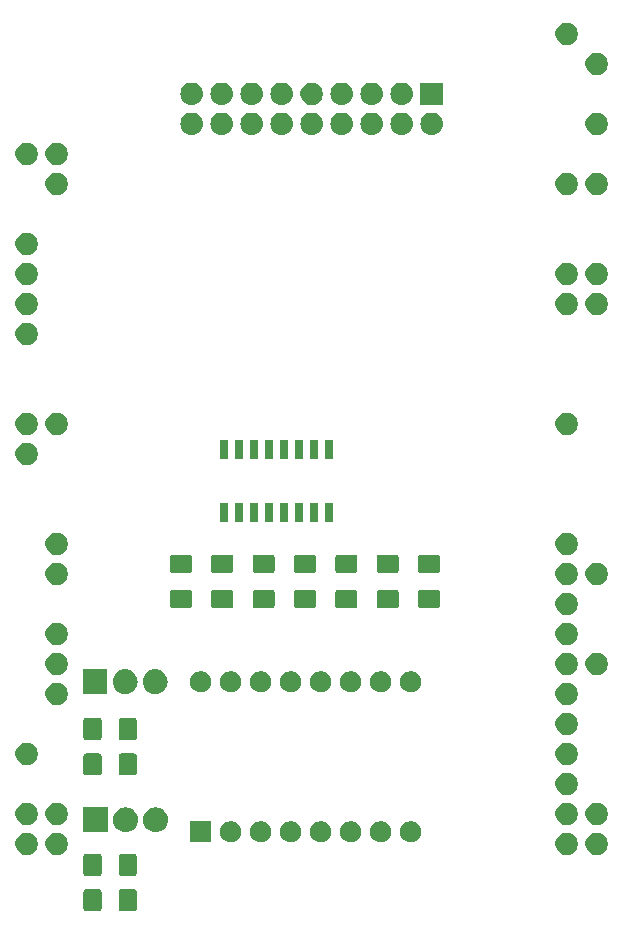
<source format=gbr>
G04 #@! TF.GenerationSoftware,KiCad,Pcbnew,5.0.2+dfsg1-1*
G04 #@! TF.CreationDate,2019-04-27T12:39:24-05:00*
G04 #@! TF.ProjectId,AdaptadorCamara,41646170-7461-4646-9f72-43616d617261,rev?*
G04 #@! TF.SameCoordinates,Original*
G04 #@! TF.FileFunction,Soldermask,Top*
G04 #@! TF.FilePolarity,Negative*
%FSLAX45Y45*%
G04 Gerber Fmt 4.5, Leading zero omitted, Abs format (unit mm)*
G04 Created by KiCad (PCBNEW 5.0.2+dfsg1-1) date sáb 27 abr 2019 12:39:24 -05*
%MOMM*%
%LPD*%
G01*
G04 APERTURE LIST*
%ADD10C,0.100000*%
G04 APERTURE END LIST*
D10*
G36*
X1410056Y292182D02*
X1413548Y291123D01*
X1416766Y289402D01*
X1419587Y287087D01*
X1421902Y284267D01*
X1423623Y281048D01*
X1424682Y277556D01*
X1425100Y273311D01*
X1425100Y126689D01*
X1424682Y122444D01*
X1423623Y118952D01*
X1421902Y115733D01*
X1419587Y112913D01*
X1416766Y110598D01*
X1413548Y108877D01*
X1410056Y107818D01*
X1405810Y107400D01*
X1291690Y107400D01*
X1287444Y107818D01*
X1283952Y108877D01*
X1280734Y110598D01*
X1277913Y112913D01*
X1275598Y115733D01*
X1273877Y118952D01*
X1272818Y122444D01*
X1272400Y126689D01*
X1272400Y273311D01*
X1272818Y277556D01*
X1273877Y281048D01*
X1275598Y284267D01*
X1277913Y287087D01*
X1280734Y289402D01*
X1283952Y291123D01*
X1287444Y292182D01*
X1291690Y292600D01*
X1405810Y292600D01*
X1410056Y292182D01*
X1410056Y292182D01*
G37*
G36*
X1112556Y292182D02*
X1116048Y291123D01*
X1119267Y289402D01*
X1122087Y287087D01*
X1124402Y284267D01*
X1126123Y281048D01*
X1127182Y277556D01*
X1127600Y273311D01*
X1127600Y126689D01*
X1127182Y122444D01*
X1126123Y118952D01*
X1124402Y115733D01*
X1122087Y112913D01*
X1119267Y110598D01*
X1116048Y108877D01*
X1112556Y107818D01*
X1108311Y107400D01*
X994189Y107400D01*
X989944Y107818D01*
X986452Y108877D01*
X983233Y110598D01*
X980413Y112913D01*
X978098Y115733D01*
X976377Y118952D01*
X975318Y122444D01*
X974900Y126689D01*
X974900Y273311D01*
X975318Y277556D01*
X976377Y281048D01*
X978098Y284267D01*
X980413Y287087D01*
X983233Y289402D01*
X986452Y291123D01*
X989944Y292182D01*
X994189Y292600D01*
X1108311Y292600D01*
X1112556Y292182D01*
X1112556Y292182D01*
G37*
G36*
X1410056Y592182D02*
X1413548Y591123D01*
X1416766Y589402D01*
X1419587Y587087D01*
X1421902Y584267D01*
X1423623Y581048D01*
X1424682Y577556D01*
X1425100Y573311D01*
X1425100Y426689D01*
X1424682Y422444D01*
X1423623Y418952D01*
X1421902Y415733D01*
X1419587Y412913D01*
X1416766Y410598D01*
X1413548Y408877D01*
X1410056Y407818D01*
X1405810Y407400D01*
X1291690Y407400D01*
X1287444Y407818D01*
X1283952Y408877D01*
X1280734Y410598D01*
X1277913Y412913D01*
X1275598Y415733D01*
X1273877Y418952D01*
X1272818Y422444D01*
X1272400Y426689D01*
X1272400Y573311D01*
X1272818Y577556D01*
X1273877Y581048D01*
X1275598Y584267D01*
X1277913Y587087D01*
X1280734Y589402D01*
X1283952Y591123D01*
X1287444Y592182D01*
X1291690Y592600D01*
X1405810Y592600D01*
X1410056Y592182D01*
X1410056Y592182D01*
G37*
G36*
X1112556Y592182D02*
X1116048Y591123D01*
X1119267Y589402D01*
X1122087Y587087D01*
X1124402Y584267D01*
X1126123Y581048D01*
X1127182Y577556D01*
X1127600Y573311D01*
X1127600Y426689D01*
X1127182Y422444D01*
X1126123Y418952D01*
X1124402Y415733D01*
X1122087Y412913D01*
X1119267Y410598D01*
X1116048Y408877D01*
X1112556Y407818D01*
X1108311Y407400D01*
X994189Y407400D01*
X989944Y407818D01*
X986452Y408877D01*
X983233Y410598D01*
X980413Y412913D01*
X978098Y415733D01*
X976377Y418952D01*
X975318Y422444D01*
X974900Y426689D01*
X974900Y573311D01*
X975318Y577556D01*
X976377Y581048D01*
X978098Y584267D01*
X980413Y587087D01*
X983233Y589402D01*
X986452Y591123D01*
X989944Y592182D01*
X994189Y592600D01*
X1108311Y592600D01*
X1112556Y592182D01*
X1112556Y592182D01*
G37*
G36*
X521740Y769445D02*
X539047Y762277D01*
X554623Y751869D01*
X567869Y738623D01*
X578277Y723047D01*
X585445Y705740D01*
X589100Y687367D01*
X589100Y668633D01*
X585445Y650260D01*
X578277Y632953D01*
X567869Y617377D01*
X554623Y604131D01*
X539047Y593723D01*
X521740Y586555D01*
X503367Y582900D01*
X484633Y582900D01*
X466260Y586555D01*
X448953Y593723D01*
X433377Y604131D01*
X420131Y617377D01*
X409723Y632953D01*
X402555Y650260D01*
X398900Y668633D01*
X398900Y687367D01*
X402555Y705740D01*
X409723Y723047D01*
X420131Y738623D01*
X433377Y751869D01*
X448953Y762277D01*
X466260Y769445D01*
X484633Y773100D01*
X503367Y773100D01*
X521740Y769445D01*
X521740Y769445D01*
G37*
G36*
X5347740Y769445D02*
X5365047Y762277D01*
X5380623Y751869D01*
X5393869Y738623D01*
X5404277Y723047D01*
X5411445Y705740D01*
X5415100Y687367D01*
X5415100Y668633D01*
X5411445Y650260D01*
X5404277Y632953D01*
X5393869Y617377D01*
X5380623Y604131D01*
X5365047Y593723D01*
X5347740Y586555D01*
X5329367Y582900D01*
X5310633Y582900D01*
X5292260Y586555D01*
X5274953Y593723D01*
X5259377Y604131D01*
X5246131Y617377D01*
X5235723Y632953D01*
X5228555Y650260D01*
X5224900Y668633D01*
X5224900Y687367D01*
X5228555Y705740D01*
X5235723Y723047D01*
X5246131Y738623D01*
X5259377Y751869D01*
X5274953Y762277D01*
X5292260Y769445D01*
X5310633Y773100D01*
X5329367Y773100D01*
X5347740Y769445D01*
X5347740Y769445D01*
G37*
G36*
X5093740Y769445D02*
X5111047Y762277D01*
X5126623Y751869D01*
X5139869Y738623D01*
X5150277Y723047D01*
X5157445Y705740D01*
X5161100Y687367D01*
X5161100Y668633D01*
X5157445Y650260D01*
X5150277Y632953D01*
X5139869Y617377D01*
X5126623Y604131D01*
X5111047Y593723D01*
X5093740Y586555D01*
X5075367Y582900D01*
X5056633Y582900D01*
X5038260Y586555D01*
X5020953Y593723D01*
X5005377Y604131D01*
X4992131Y617377D01*
X4981723Y632953D01*
X4974555Y650260D01*
X4970900Y668633D01*
X4970900Y687367D01*
X4974555Y705740D01*
X4981723Y723047D01*
X4992131Y738623D01*
X5005377Y751869D01*
X5020953Y762277D01*
X5038260Y769445D01*
X5056633Y773100D01*
X5075367Y773100D01*
X5093740Y769445D01*
X5093740Y769445D01*
G37*
G36*
X775740Y769445D02*
X793047Y762277D01*
X808623Y751869D01*
X821869Y738623D01*
X832277Y723047D01*
X839445Y705740D01*
X843100Y687367D01*
X843100Y668633D01*
X839445Y650260D01*
X832277Y632953D01*
X821869Y617377D01*
X808623Y604131D01*
X793047Y593723D01*
X775740Y586555D01*
X757367Y582900D01*
X738633Y582900D01*
X720260Y586555D01*
X702953Y593723D01*
X687377Y604131D01*
X674131Y617377D01*
X663723Y632953D01*
X656555Y650260D01*
X652900Y668633D01*
X652900Y687367D01*
X656555Y705740D01*
X663723Y723047D01*
X674131Y738623D01*
X687377Y751869D01*
X702953Y762277D01*
X720260Y769445D01*
X738633Y773100D01*
X757367Y773100D01*
X775740Y769445D01*
X775740Y769445D01*
G37*
G36*
X3771481Y866238D02*
X3787878Y859446D01*
X3802635Y849585D01*
X3815185Y837035D01*
X3825046Y822278D01*
X3831838Y805881D01*
X3835300Y788474D01*
X3835300Y770726D01*
X3831838Y753319D01*
X3825046Y736922D01*
X3815185Y722165D01*
X3802635Y709615D01*
X3787878Y699754D01*
X3771481Y692962D01*
X3754074Y689500D01*
X3736326Y689500D01*
X3718919Y692962D01*
X3702522Y699754D01*
X3687765Y709615D01*
X3675215Y722165D01*
X3665354Y736922D01*
X3658562Y753319D01*
X3655100Y770726D01*
X3655100Y788474D01*
X3658562Y805881D01*
X3665354Y822278D01*
X3675215Y837035D01*
X3687765Y849585D01*
X3702522Y859446D01*
X3718919Y866238D01*
X3736326Y869700D01*
X3754074Y869700D01*
X3771481Y866238D01*
X3771481Y866238D01*
G37*
G36*
X2057300Y689500D02*
X1877100Y689500D01*
X1877100Y869700D01*
X2057300Y869700D01*
X2057300Y689500D01*
X2057300Y689500D01*
G37*
G36*
X3517481Y866238D02*
X3533878Y859446D01*
X3548635Y849585D01*
X3561185Y837035D01*
X3571046Y822278D01*
X3577838Y805881D01*
X3581300Y788474D01*
X3581300Y770726D01*
X3577838Y753319D01*
X3571046Y736922D01*
X3561185Y722165D01*
X3548635Y709615D01*
X3533878Y699754D01*
X3517481Y692962D01*
X3500074Y689500D01*
X3482326Y689500D01*
X3464919Y692962D01*
X3448522Y699754D01*
X3433765Y709615D01*
X3421215Y722165D01*
X3411354Y736922D01*
X3404562Y753319D01*
X3401100Y770726D01*
X3401100Y788474D01*
X3404562Y805881D01*
X3411354Y822278D01*
X3421215Y837035D01*
X3433765Y849585D01*
X3448522Y859446D01*
X3464919Y866238D01*
X3482326Y869700D01*
X3500074Y869700D01*
X3517481Y866238D01*
X3517481Y866238D01*
G37*
G36*
X3263481Y866238D02*
X3279878Y859446D01*
X3294635Y849585D01*
X3307185Y837035D01*
X3317046Y822278D01*
X3323838Y805881D01*
X3327300Y788474D01*
X3327300Y770726D01*
X3323838Y753319D01*
X3317046Y736922D01*
X3307185Y722165D01*
X3294635Y709615D01*
X3279878Y699754D01*
X3263481Y692962D01*
X3246074Y689500D01*
X3228326Y689500D01*
X3210919Y692962D01*
X3194522Y699754D01*
X3179765Y709615D01*
X3167215Y722165D01*
X3157354Y736922D01*
X3150562Y753319D01*
X3147100Y770726D01*
X3147100Y788474D01*
X3150562Y805881D01*
X3157354Y822278D01*
X3167215Y837035D01*
X3179765Y849585D01*
X3194522Y859446D01*
X3210919Y866238D01*
X3228326Y869700D01*
X3246074Y869700D01*
X3263481Y866238D01*
X3263481Y866238D01*
G37*
G36*
X3009481Y866238D02*
X3025878Y859446D01*
X3040635Y849585D01*
X3053185Y837035D01*
X3063046Y822278D01*
X3069838Y805881D01*
X3073300Y788474D01*
X3073300Y770726D01*
X3069838Y753319D01*
X3063046Y736922D01*
X3053185Y722165D01*
X3040635Y709615D01*
X3025878Y699754D01*
X3009481Y692962D01*
X2992074Y689500D01*
X2974326Y689500D01*
X2956919Y692962D01*
X2940522Y699754D01*
X2925765Y709615D01*
X2913215Y722165D01*
X2903354Y736922D01*
X2896562Y753319D01*
X2893100Y770726D01*
X2893100Y788474D01*
X2896562Y805881D01*
X2903354Y822278D01*
X2913215Y837035D01*
X2925765Y849585D01*
X2940522Y859446D01*
X2956919Y866238D01*
X2974326Y869700D01*
X2992074Y869700D01*
X3009481Y866238D01*
X3009481Y866238D01*
G37*
G36*
X2755481Y866238D02*
X2771878Y859446D01*
X2786635Y849585D01*
X2799185Y837035D01*
X2809046Y822278D01*
X2815838Y805881D01*
X2819300Y788474D01*
X2819300Y770726D01*
X2815838Y753319D01*
X2809046Y736922D01*
X2799185Y722165D01*
X2786635Y709615D01*
X2771878Y699754D01*
X2755481Y692962D01*
X2738074Y689500D01*
X2720326Y689500D01*
X2702919Y692962D01*
X2686522Y699754D01*
X2671765Y709615D01*
X2659215Y722165D01*
X2649354Y736922D01*
X2642562Y753319D01*
X2639100Y770726D01*
X2639100Y788474D01*
X2642562Y805881D01*
X2649354Y822278D01*
X2659215Y837035D01*
X2671765Y849585D01*
X2686522Y859446D01*
X2702919Y866238D01*
X2720326Y869700D01*
X2738074Y869700D01*
X2755481Y866238D01*
X2755481Y866238D01*
G37*
G36*
X2501481Y866238D02*
X2517878Y859446D01*
X2532635Y849585D01*
X2545185Y837035D01*
X2555046Y822278D01*
X2561838Y805881D01*
X2565300Y788474D01*
X2565300Y770726D01*
X2561838Y753319D01*
X2555046Y736922D01*
X2545185Y722165D01*
X2532635Y709615D01*
X2517878Y699754D01*
X2501481Y692962D01*
X2484074Y689500D01*
X2466326Y689500D01*
X2448919Y692962D01*
X2432522Y699754D01*
X2417765Y709615D01*
X2405215Y722165D01*
X2395354Y736922D01*
X2388562Y753319D01*
X2385100Y770726D01*
X2385100Y788474D01*
X2388562Y805881D01*
X2395354Y822278D01*
X2405215Y837035D01*
X2417765Y849585D01*
X2432522Y859446D01*
X2448919Y866238D01*
X2466326Y869700D01*
X2484074Y869700D01*
X2501481Y866238D01*
X2501481Y866238D01*
G37*
G36*
X2247481Y866238D02*
X2263878Y859446D01*
X2278635Y849585D01*
X2291185Y837035D01*
X2301046Y822278D01*
X2307838Y805881D01*
X2311300Y788474D01*
X2311300Y770726D01*
X2307838Y753319D01*
X2301046Y736922D01*
X2291185Y722165D01*
X2278635Y709615D01*
X2263878Y699754D01*
X2247481Y692962D01*
X2230074Y689500D01*
X2212326Y689500D01*
X2194919Y692962D01*
X2178522Y699754D01*
X2163765Y709615D01*
X2151215Y722165D01*
X2141354Y736922D01*
X2134562Y753319D01*
X2131100Y770726D01*
X2131100Y788474D01*
X2134562Y805881D01*
X2141354Y822278D01*
X2151215Y837035D01*
X2163765Y849585D01*
X2178522Y859446D01*
X2194919Y866238D01*
X2212326Y869700D01*
X2230074Y869700D01*
X2247481Y866238D01*
X2247481Y866238D01*
G37*
G36*
X1594451Y985996D02*
X1606803Y984779D01*
X1626615Y978769D01*
X1644873Y969010D01*
X1660876Y955876D01*
X1674010Y939873D01*
X1683769Y921615D01*
X1689779Y901803D01*
X1691808Y881200D01*
X1689779Y860597D01*
X1683769Y840785D01*
X1674010Y822527D01*
X1660876Y806523D01*
X1644873Y793390D01*
X1626615Y783630D01*
X1606803Y777621D01*
X1594451Y776404D01*
X1591363Y776100D01*
X1581037Y776100D01*
X1577949Y776404D01*
X1565597Y777621D01*
X1545785Y783630D01*
X1527527Y793390D01*
X1511523Y806523D01*
X1498390Y822527D01*
X1488630Y840785D01*
X1482621Y860597D01*
X1480591Y881200D01*
X1482621Y901803D01*
X1488630Y921615D01*
X1498390Y939873D01*
X1511523Y955876D01*
X1527527Y969010D01*
X1545785Y978769D01*
X1565597Y984779D01*
X1577949Y985996D01*
X1581037Y986300D01*
X1591363Y986300D01*
X1594451Y985996D01*
X1594451Y985996D01*
G37*
G36*
X1340451Y985996D02*
X1352803Y984779D01*
X1372615Y978769D01*
X1390873Y969010D01*
X1406876Y955876D01*
X1420010Y939873D01*
X1429769Y921615D01*
X1435779Y901803D01*
X1437808Y881200D01*
X1435779Y860597D01*
X1429769Y840785D01*
X1420010Y822527D01*
X1406876Y806523D01*
X1390873Y793390D01*
X1372615Y783630D01*
X1352803Y777621D01*
X1340451Y776404D01*
X1337363Y776100D01*
X1327037Y776100D01*
X1323949Y776404D01*
X1311597Y777621D01*
X1291785Y783630D01*
X1273527Y793390D01*
X1257524Y806523D01*
X1244390Y822527D01*
X1234631Y840785D01*
X1228621Y860597D01*
X1226592Y881200D01*
X1228621Y901803D01*
X1234631Y921615D01*
X1244390Y939873D01*
X1257524Y955876D01*
X1273527Y969010D01*
X1291785Y978769D01*
X1311597Y984779D01*
X1323949Y985996D01*
X1327037Y986300D01*
X1337363Y986300D01*
X1340451Y985996D01*
X1340451Y985996D01*
G37*
G36*
X1183300Y776100D02*
X973100Y776100D01*
X973100Y986300D01*
X1183300Y986300D01*
X1183300Y776100D01*
X1183300Y776100D01*
G37*
G36*
X521740Y1023445D02*
X539047Y1016277D01*
X554623Y1005869D01*
X567869Y992623D01*
X578277Y977047D01*
X585445Y959740D01*
X589100Y941367D01*
X589100Y922633D01*
X585445Y904260D01*
X578277Y886953D01*
X567869Y871377D01*
X554623Y858131D01*
X539047Y847723D01*
X521740Y840555D01*
X503367Y836900D01*
X484633Y836900D01*
X466260Y840555D01*
X448953Y847723D01*
X433377Y858131D01*
X420131Y871377D01*
X409723Y886953D01*
X402555Y904260D01*
X398900Y922633D01*
X398900Y941367D01*
X402555Y959740D01*
X409723Y977047D01*
X420131Y992623D01*
X433377Y1005869D01*
X448953Y1016277D01*
X466260Y1023445D01*
X484633Y1027100D01*
X503367Y1027100D01*
X521740Y1023445D01*
X521740Y1023445D01*
G37*
G36*
X5347740Y1023445D02*
X5365047Y1016277D01*
X5380623Y1005869D01*
X5393869Y992623D01*
X5404277Y977047D01*
X5411445Y959740D01*
X5415100Y941367D01*
X5415100Y922633D01*
X5411445Y904260D01*
X5404277Y886953D01*
X5393869Y871377D01*
X5380623Y858131D01*
X5365047Y847723D01*
X5347740Y840555D01*
X5329367Y836900D01*
X5310633Y836900D01*
X5292260Y840555D01*
X5274953Y847723D01*
X5259377Y858131D01*
X5246131Y871377D01*
X5235723Y886953D01*
X5228555Y904260D01*
X5224900Y922633D01*
X5224900Y941367D01*
X5228555Y959740D01*
X5235723Y977047D01*
X5246131Y992623D01*
X5259377Y1005869D01*
X5274953Y1016277D01*
X5292260Y1023445D01*
X5310633Y1027100D01*
X5329367Y1027100D01*
X5347740Y1023445D01*
X5347740Y1023445D01*
G37*
G36*
X5093740Y1023445D02*
X5111047Y1016277D01*
X5126623Y1005869D01*
X5139869Y992623D01*
X5150277Y977047D01*
X5157445Y959740D01*
X5161100Y941367D01*
X5161100Y922633D01*
X5157445Y904260D01*
X5150277Y886953D01*
X5139869Y871377D01*
X5126623Y858131D01*
X5111047Y847723D01*
X5093740Y840555D01*
X5075367Y836900D01*
X5056633Y836900D01*
X5038260Y840555D01*
X5020953Y847723D01*
X5005377Y858131D01*
X4992131Y871377D01*
X4981723Y886953D01*
X4974555Y904260D01*
X4970900Y922633D01*
X4970900Y941367D01*
X4974555Y959740D01*
X4981723Y977047D01*
X4992131Y992623D01*
X5005377Y1005869D01*
X5020953Y1016277D01*
X5038260Y1023445D01*
X5056633Y1027100D01*
X5075367Y1027100D01*
X5093740Y1023445D01*
X5093740Y1023445D01*
G37*
G36*
X775740Y1023445D02*
X793047Y1016277D01*
X808623Y1005869D01*
X821869Y992623D01*
X832277Y977047D01*
X839445Y959740D01*
X843100Y941367D01*
X843100Y922633D01*
X839445Y904260D01*
X832277Y886953D01*
X821869Y871377D01*
X808623Y858131D01*
X793047Y847723D01*
X775740Y840555D01*
X757367Y836900D01*
X738633Y836900D01*
X720260Y840555D01*
X702953Y847723D01*
X687377Y858131D01*
X674131Y871377D01*
X663723Y886953D01*
X656555Y904260D01*
X652900Y922633D01*
X652900Y941367D01*
X656555Y959740D01*
X663723Y977047D01*
X674131Y992623D01*
X687377Y1005869D01*
X702953Y1016277D01*
X720260Y1023445D01*
X738633Y1027100D01*
X757367Y1027100D01*
X775740Y1023445D01*
X775740Y1023445D01*
G37*
G36*
X5093740Y1277445D02*
X5111047Y1270277D01*
X5126623Y1259869D01*
X5139869Y1246623D01*
X5150277Y1231047D01*
X5157445Y1213740D01*
X5161100Y1195367D01*
X5161100Y1176633D01*
X5157445Y1158260D01*
X5150277Y1140953D01*
X5139869Y1125377D01*
X5126623Y1112131D01*
X5111047Y1101723D01*
X5093740Y1094555D01*
X5075367Y1090900D01*
X5056633Y1090900D01*
X5038260Y1094555D01*
X5020953Y1101723D01*
X5005377Y1112131D01*
X4992131Y1125377D01*
X4981723Y1140953D01*
X4974555Y1158260D01*
X4970900Y1176633D01*
X4970900Y1195367D01*
X4974555Y1213740D01*
X4981723Y1231047D01*
X4992131Y1246623D01*
X5005377Y1259869D01*
X5020953Y1270277D01*
X5038260Y1277445D01*
X5056633Y1281100D01*
X5075367Y1281100D01*
X5093740Y1277445D01*
X5093740Y1277445D01*
G37*
G36*
X1410056Y1442182D02*
X1413548Y1441123D01*
X1416766Y1439402D01*
X1419587Y1437087D01*
X1421902Y1434266D01*
X1423623Y1431048D01*
X1424682Y1427556D01*
X1425100Y1423310D01*
X1425100Y1276690D01*
X1424682Y1272444D01*
X1423623Y1268952D01*
X1421902Y1265734D01*
X1419587Y1262913D01*
X1416766Y1260598D01*
X1413548Y1258877D01*
X1410056Y1257818D01*
X1405810Y1257400D01*
X1291690Y1257400D01*
X1287444Y1257818D01*
X1283952Y1258877D01*
X1280734Y1260598D01*
X1277913Y1262913D01*
X1275598Y1265734D01*
X1273877Y1268952D01*
X1272818Y1272444D01*
X1272400Y1276690D01*
X1272400Y1423310D01*
X1272818Y1427556D01*
X1273877Y1431048D01*
X1275598Y1434266D01*
X1277913Y1437087D01*
X1280734Y1439402D01*
X1283952Y1441123D01*
X1287444Y1442182D01*
X1291690Y1442600D01*
X1405810Y1442600D01*
X1410056Y1442182D01*
X1410056Y1442182D01*
G37*
G36*
X1112556Y1442182D02*
X1116048Y1441123D01*
X1119267Y1439402D01*
X1122087Y1437087D01*
X1124402Y1434266D01*
X1126123Y1431048D01*
X1127182Y1427556D01*
X1127600Y1423310D01*
X1127600Y1276690D01*
X1127182Y1272444D01*
X1126123Y1268952D01*
X1124402Y1265734D01*
X1122087Y1262913D01*
X1119267Y1260598D01*
X1116048Y1258877D01*
X1112556Y1257818D01*
X1108311Y1257400D01*
X994189Y1257400D01*
X989944Y1257818D01*
X986452Y1258877D01*
X983233Y1260598D01*
X980413Y1262913D01*
X978098Y1265734D01*
X976377Y1268952D01*
X975318Y1272444D01*
X974900Y1276690D01*
X974900Y1423310D01*
X975318Y1427556D01*
X976377Y1431048D01*
X978098Y1434266D01*
X980413Y1437087D01*
X983233Y1439402D01*
X986452Y1441123D01*
X989944Y1442182D01*
X994189Y1442600D01*
X1108311Y1442600D01*
X1112556Y1442182D01*
X1112556Y1442182D01*
G37*
G36*
X5093740Y1531445D02*
X5111047Y1524277D01*
X5126623Y1513869D01*
X5139869Y1500623D01*
X5150277Y1485047D01*
X5157445Y1467740D01*
X5161100Y1449367D01*
X5161100Y1430633D01*
X5157445Y1412260D01*
X5150277Y1394953D01*
X5139869Y1379377D01*
X5126623Y1366131D01*
X5111047Y1355723D01*
X5093740Y1348555D01*
X5075367Y1344900D01*
X5056633Y1344900D01*
X5038260Y1348555D01*
X5020953Y1355723D01*
X5005377Y1366131D01*
X4992131Y1379377D01*
X4981723Y1394953D01*
X4974555Y1412260D01*
X4970900Y1430633D01*
X4970900Y1449367D01*
X4974555Y1467740D01*
X4981723Y1485047D01*
X4992131Y1500623D01*
X5005377Y1513869D01*
X5020953Y1524277D01*
X5038260Y1531445D01*
X5056633Y1535100D01*
X5075367Y1535100D01*
X5093740Y1531445D01*
X5093740Y1531445D01*
G37*
G36*
X521740Y1531445D02*
X539047Y1524277D01*
X554623Y1513869D01*
X567869Y1500623D01*
X578277Y1485047D01*
X585445Y1467740D01*
X589100Y1449367D01*
X589100Y1430633D01*
X585445Y1412260D01*
X578277Y1394953D01*
X567869Y1379377D01*
X554623Y1366131D01*
X539047Y1355723D01*
X521740Y1348555D01*
X503367Y1344900D01*
X484633Y1344900D01*
X466260Y1348555D01*
X448953Y1355723D01*
X433377Y1366131D01*
X420131Y1379377D01*
X409723Y1394953D01*
X402555Y1412260D01*
X398900Y1430633D01*
X398900Y1449367D01*
X402555Y1467740D01*
X409723Y1485047D01*
X420131Y1500623D01*
X433377Y1513869D01*
X448953Y1524277D01*
X466260Y1531445D01*
X484633Y1535100D01*
X503367Y1535100D01*
X521740Y1531445D01*
X521740Y1531445D01*
G37*
G36*
X1112556Y1742182D02*
X1116048Y1741123D01*
X1119267Y1739402D01*
X1122087Y1737087D01*
X1124402Y1734266D01*
X1126123Y1731048D01*
X1127182Y1727556D01*
X1127600Y1723310D01*
X1127600Y1576689D01*
X1127182Y1572444D01*
X1126123Y1568952D01*
X1124402Y1565733D01*
X1122087Y1562913D01*
X1119267Y1560598D01*
X1116048Y1558877D01*
X1112556Y1557818D01*
X1108311Y1557400D01*
X994189Y1557400D01*
X989944Y1557818D01*
X986452Y1558877D01*
X983233Y1560598D01*
X980413Y1562913D01*
X978098Y1565733D01*
X976377Y1568952D01*
X975318Y1572444D01*
X974900Y1576689D01*
X974900Y1723310D01*
X975318Y1727556D01*
X976377Y1731048D01*
X978098Y1734266D01*
X980413Y1737087D01*
X983233Y1739402D01*
X986452Y1741123D01*
X989944Y1742182D01*
X994189Y1742600D01*
X1108311Y1742600D01*
X1112556Y1742182D01*
X1112556Y1742182D01*
G37*
G36*
X1410056Y1742182D02*
X1413548Y1741123D01*
X1416766Y1739402D01*
X1419587Y1737087D01*
X1421902Y1734266D01*
X1423623Y1731048D01*
X1424682Y1727556D01*
X1425100Y1723310D01*
X1425100Y1576689D01*
X1424682Y1572444D01*
X1423623Y1568952D01*
X1421902Y1565733D01*
X1419587Y1562913D01*
X1416766Y1560598D01*
X1413548Y1558877D01*
X1410056Y1557818D01*
X1405810Y1557400D01*
X1291690Y1557400D01*
X1287444Y1557818D01*
X1283952Y1558877D01*
X1280734Y1560598D01*
X1277913Y1562913D01*
X1275598Y1565733D01*
X1273877Y1568952D01*
X1272818Y1572444D01*
X1272400Y1576689D01*
X1272400Y1723310D01*
X1272818Y1727556D01*
X1273877Y1731048D01*
X1275598Y1734266D01*
X1277913Y1737087D01*
X1280734Y1739402D01*
X1283952Y1741123D01*
X1287444Y1742182D01*
X1291690Y1742600D01*
X1405810Y1742600D01*
X1410056Y1742182D01*
X1410056Y1742182D01*
G37*
G36*
X5093740Y1785445D02*
X5111047Y1778277D01*
X5126623Y1767869D01*
X5139869Y1754623D01*
X5150277Y1739047D01*
X5157445Y1721740D01*
X5161100Y1703367D01*
X5161100Y1684633D01*
X5157445Y1666260D01*
X5150277Y1648953D01*
X5139869Y1633377D01*
X5126623Y1620131D01*
X5111047Y1609723D01*
X5093740Y1602555D01*
X5075367Y1598900D01*
X5056633Y1598900D01*
X5038260Y1602555D01*
X5020953Y1609723D01*
X5005377Y1620131D01*
X4992131Y1633377D01*
X4981723Y1648953D01*
X4974555Y1666260D01*
X4970900Y1684633D01*
X4970900Y1703367D01*
X4974555Y1721740D01*
X4981723Y1739047D01*
X4992131Y1754623D01*
X5005377Y1767869D01*
X5020953Y1778277D01*
X5038260Y1785445D01*
X5056633Y1789100D01*
X5075367Y1789100D01*
X5093740Y1785445D01*
X5093740Y1785445D01*
G37*
G36*
X775740Y2039445D02*
X793047Y2032277D01*
X808623Y2021869D01*
X821869Y2008623D01*
X832277Y1993047D01*
X839445Y1975740D01*
X843100Y1957367D01*
X843100Y1938633D01*
X839445Y1920260D01*
X832277Y1902953D01*
X821869Y1887377D01*
X808623Y1874131D01*
X793047Y1863723D01*
X775740Y1856555D01*
X757367Y1852900D01*
X738633Y1852900D01*
X720260Y1856555D01*
X702953Y1863723D01*
X687377Y1874131D01*
X674131Y1887377D01*
X663723Y1902953D01*
X656555Y1920260D01*
X652900Y1938633D01*
X652900Y1957367D01*
X656555Y1975740D01*
X663723Y1993047D01*
X674131Y2008623D01*
X687377Y2021869D01*
X702953Y2032277D01*
X720260Y2039445D01*
X738633Y2043100D01*
X757367Y2043100D01*
X775740Y2039445D01*
X775740Y2039445D01*
G37*
G36*
X5093740Y2039445D02*
X5111047Y2032277D01*
X5126623Y2021869D01*
X5139869Y2008623D01*
X5150277Y1993047D01*
X5157445Y1975740D01*
X5161100Y1957367D01*
X5161100Y1938633D01*
X5157445Y1920260D01*
X5150277Y1902953D01*
X5139869Y1887377D01*
X5126623Y1874131D01*
X5111047Y1863723D01*
X5093740Y1856555D01*
X5075367Y1852900D01*
X5056633Y1852900D01*
X5038260Y1856555D01*
X5020953Y1863723D01*
X5005377Y1874131D01*
X4992131Y1887377D01*
X4981723Y1902953D01*
X4974555Y1920260D01*
X4970900Y1938633D01*
X4970900Y1957367D01*
X4974555Y1975740D01*
X4981723Y1993047D01*
X4992131Y2008623D01*
X5005377Y2021869D01*
X5020953Y2032277D01*
X5038260Y2039445D01*
X5056633Y2043100D01*
X5075367Y2043100D01*
X5093740Y2039445D01*
X5093740Y2039445D01*
G37*
G36*
X1178100Y1944900D02*
X967900Y1944900D01*
X967900Y2155100D01*
X1178100Y2155100D01*
X1178100Y1944900D01*
X1178100Y1944900D01*
G37*
G36*
X1589251Y2154796D02*
X1601603Y2153579D01*
X1621415Y2147570D01*
X1639673Y2137810D01*
X1655676Y2124677D01*
X1668810Y2108673D01*
X1678569Y2090415D01*
X1684579Y2070603D01*
X1686608Y2050000D01*
X1684579Y2029397D01*
X1678569Y2009585D01*
X1668810Y1991327D01*
X1655676Y1975323D01*
X1639673Y1962190D01*
X1621415Y1952430D01*
X1601603Y1946421D01*
X1589251Y1945204D01*
X1586163Y1944900D01*
X1575837Y1944900D01*
X1572749Y1945204D01*
X1560397Y1946421D01*
X1540585Y1952430D01*
X1522327Y1962190D01*
X1506323Y1975323D01*
X1493190Y1991327D01*
X1483430Y2009585D01*
X1477421Y2029397D01*
X1475391Y2050000D01*
X1477421Y2070603D01*
X1483430Y2090415D01*
X1493190Y2108673D01*
X1506323Y2124677D01*
X1522327Y2137810D01*
X1540585Y2147570D01*
X1560397Y2153579D01*
X1572749Y2154796D01*
X1575837Y2155100D01*
X1586163Y2155100D01*
X1589251Y2154796D01*
X1589251Y2154796D01*
G37*
G36*
X1335251Y2154796D02*
X1347603Y2153579D01*
X1367415Y2147570D01*
X1385673Y2137810D01*
X1401676Y2124677D01*
X1414810Y2108673D01*
X1424569Y2090415D01*
X1430579Y2070603D01*
X1432608Y2050000D01*
X1430579Y2029397D01*
X1424569Y2009585D01*
X1414810Y1991327D01*
X1401676Y1975323D01*
X1385673Y1962190D01*
X1367415Y1952430D01*
X1347603Y1946421D01*
X1335251Y1945204D01*
X1332163Y1944900D01*
X1321837Y1944900D01*
X1318749Y1945204D01*
X1306397Y1946421D01*
X1286585Y1952430D01*
X1268327Y1962190D01*
X1252324Y1975323D01*
X1239190Y1991327D01*
X1229431Y2009585D01*
X1223421Y2029397D01*
X1221392Y2050000D01*
X1223421Y2070603D01*
X1229431Y2090415D01*
X1239190Y2108673D01*
X1252324Y2124677D01*
X1268327Y2137810D01*
X1286585Y2147570D01*
X1306397Y2153579D01*
X1318749Y2154796D01*
X1321837Y2155100D01*
X1332163Y2155100D01*
X1335251Y2154796D01*
X1335251Y2154796D01*
G37*
G36*
X2755481Y2136238D02*
X2771878Y2129446D01*
X2786635Y2119585D01*
X2799185Y2107035D01*
X2809046Y2092278D01*
X2815838Y2075881D01*
X2819300Y2058474D01*
X2819300Y2040726D01*
X2815838Y2023319D01*
X2809046Y2006922D01*
X2799185Y1992165D01*
X2786635Y1979615D01*
X2771878Y1969754D01*
X2755481Y1962962D01*
X2738074Y1959500D01*
X2720326Y1959500D01*
X2702919Y1962962D01*
X2686522Y1969754D01*
X2671765Y1979615D01*
X2659215Y1992165D01*
X2649354Y2006922D01*
X2642562Y2023319D01*
X2639100Y2040726D01*
X2639100Y2058474D01*
X2642562Y2075881D01*
X2649354Y2092278D01*
X2659215Y2107035D01*
X2671765Y2119585D01*
X2686522Y2129446D01*
X2702919Y2136238D01*
X2720326Y2139700D01*
X2738074Y2139700D01*
X2755481Y2136238D01*
X2755481Y2136238D01*
G37*
G36*
X3517481Y2136238D02*
X3533878Y2129446D01*
X3548635Y2119585D01*
X3561185Y2107035D01*
X3571046Y2092278D01*
X3577838Y2075881D01*
X3581300Y2058474D01*
X3581300Y2040726D01*
X3577838Y2023319D01*
X3571046Y2006922D01*
X3561185Y1992165D01*
X3548635Y1979615D01*
X3533878Y1969754D01*
X3517481Y1962962D01*
X3500074Y1959500D01*
X3482326Y1959500D01*
X3464919Y1962962D01*
X3448522Y1969754D01*
X3433765Y1979615D01*
X3421215Y1992165D01*
X3411354Y2006922D01*
X3404562Y2023319D01*
X3401100Y2040726D01*
X3401100Y2058474D01*
X3404562Y2075881D01*
X3411354Y2092278D01*
X3421215Y2107035D01*
X3433765Y2119585D01*
X3448522Y2129446D01*
X3464919Y2136238D01*
X3482326Y2139700D01*
X3500074Y2139700D01*
X3517481Y2136238D01*
X3517481Y2136238D01*
G37*
G36*
X2501481Y2136238D02*
X2517878Y2129446D01*
X2532635Y2119585D01*
X2545185Y2107035D01*
X2555046Y2092278D01*
X2561838Y2075881D01*
X2565300Y2058474D01*
X2565300Y2040726D01*
X2561838Y2023319D01*
X2555046Y2006922D01*
X2545185Y1992165D01*
X2532635Y1979615D01*
X2517878Y1969754D01*
X2501481Y1962962D01*
X2484074Y1959500D01*
X2466326Y1959500D01*
X2448919Y1962962D01*
X2432522Y1969754D01*
X2417765Y1979615D01*
X2405215Y1992165D01*
X2395354Y2006922D01*
X2388562Y2023319D01*
X2385100Y2040726D01*
X2385100Y2058474D01*
X2388562Y2075881D01*
X2395354Y2092278D01*
X2405215Y2107035D01*
X2417765Y2119585D01*
X2432522Y2129446D01*
X2448919Y2136238D01*
X2466326Y2139700D01*
X2484074Y2139700D01*
X2501481Y2136238D01*
X2501481Y2136238D01*
G37*
G36*
X2247481Y2136238D02*
X2263878Y2129446D01*
X2278635Y2119585D01*
X2291185Y2107035D01*
X2301046Y2092278D01*
X2307838Y2075881D01*
X2311300Y2058474D01*
X2311300Y2040726D01*
X2307838Y2023319D01*
X2301046Y2006922D01*
X2291185Y1992165D01*
X2278635Y1979615D01*
X2263878Y1969754D01*
X2247481Y1962962D01*
X2230074Y1959500D01*
X2212326Y1959500D01*
X2194919Y1962962D01*
X2178522Y1969754D01*
X2163765Y1979615D01*
X2151215Y1992165D01*
X2141354Y2006922D01*
X2134562Y2023319D01*
X2131100Y2040726D01*
X2131100Y2058474D01*
X2134562Y2075881D01*
X2141354Y2092278D01*
X2151215Y2107035D01*
X2163765Y2119585D01*
X2178522Y2129446D01*
X2194919Y2136238D01*
X2212326Y2139700D01*
X2230074Y2139700D01*
X2247481Y2136238D01*
X2247481Y2136238D01*
G37*
G36*
X1993481Y2136238D02*
X2009878Y2129446D01*
X2024635Y2119585D01*
X2037185Y2107035D01*
X2047046Y2092278D01*
X2053838Y2075881D01*
X2057300Y2058474D01*
X2057300Y2040726D01*
X2053838Y2023319D01*
X2047046Y2006922D01*
X2037185Y1992165D01*
X2024635Y1979615D01*
X2009878Y1969754D01*
X1993481Y1962962D01*
X1976074Y1959500D01*
X1958326Y1959500D01*
X1940919Y1962962D01*
X1924522Y1969754D01*
X1909765Y1979615D01*
X1897215Y1992165D01*
X1887354Y2006922D01*
X1880562Y2023319D01*
X1877100Y2040726D01*
X1877100Y2058474D01*
X1880562Y2075881D01*
X1887354Y2092278D01*
X1897215Y2107035D01*
X1909765Y2119585D01*
X1924522Y2129446D01*
X1940919Y2136238D01*
X1958326Y2139700D01*
X1976074Y2139700D01*
X1993481Y2136238D01*
X1993481Y2136238D01*
G37*
G36*
X3009481Y2136238D02*
X3025878Y2129446D01*
X3040635Y2119585D01*
X3053185Y2107035D01*
X3063046Y2092278D01*
X3069838Y2075881D01*
X3073300Y2058474D01*
X3073300Y2040726D01*
X3069838Y2023319D01*
X3063046Y2006922D01*
X3053185Y1992165D01*
X3040635Y1979615D01*
X3025878Y1969754D01*
X3009481Y1962962D01*
X2992074Y1959500D01*
X2974326Y1959500D01*
X2956919Y1962962D01*
X2940522Y1969754D01*
X2925765Y1979615D01*
X2913215Y1992165D01*
X2903354Y2006922D01*
X2896562Y2023319D01*
X2893100Y2040726D01*
X2893100Y2058474D01*
X2896562Y2075881D01*
X2903354Y2092278D01*
X2913215Y2107035D01*
X2925765Y2119585D01*
X2940522Y2129446D01*
X2956919Y2136238D01*
X2974326Y2139700D01*
X2992074Y2139700D01*
X3009481Y2136238D01*
X3009481Y2136238D01*
G37*
G36*
X3263481Y2136238D02*
X3279878Y2129446D01*
X3294635Y2119585D01*
X3307185Y2107035D01*
X3317046Y2092278D01*
X3323838Y2075881D01*
X3327300Y2058474D01*
X3327300Y2040726D01*
X3323838Y2023319D01*
X3317046Y2006922D01*
X3307185Y1992165D01*
X3294635Y1979615D01*
X3279878Y1969754D01*
X3263481Y1962962D01*
X3246074Y1959500D01*
X3228326Y1959500D01*
X3210919Y1962962D01*
X3194522Y1969754D01*
X3179765Y1979615D01*
X3167215Y1992165D01*
X3157354Y2006922D01*
X3150562Y2023319D01*
X3147100Y2040726D01*
X3147100Y2058474D01*
X3150562Y2075881D01*
X3157354Y2092278D01*
X3167215Y2107035D01*
X3179765Y2119585D01*
X3194522Y2129446D01*
X3210919Y2136238D01*
X3228326Y2139700D01*
X3246074Y2139700D01*
X3263481Y2136238D01*
X3263481Y2136238D01*
G37*
G36*
X3771481Y2136238D02*
X3787878Y2129446D01*
X3802635Y2119585D01*
X3815185Y2107035D01*
X3825046Y2092278D01*
X3831838Y2075881D01*
X3835300Y2058474D01*
X3835300Y2040726D01*
X3831838Y2023319D01*
X3825046Y2006922D01*
X3815185Y1992165D01*
X3802635Y1979615D01*
X3787878Y1969754D01*
X3771481Y1962962D01*
X3754074Y1959500D01*
X3736326Y1959500D01*
X3718919Y1962962D01*
X3702522Y1969754D01*
X3687765Y1979615D01*
X3675215Y1992165D01*
X3665354Y2006922D01*
X3658562Y2023319D01*
X3655100Y2040726D01*
X3655100Y2058474D01*
X3658562Y2075881D01*
X3665354Y2092278D01*
X3675215Y2107035D01*
X3687765Y2119585D01*
X3702522Y2129446D01*
X3718919Y2136238D01*
X3736326Y2139700D01*
X3754074Y2139700D01*
X3771481Y2136238D01*
X3771481Y2136238D01*
G37*
G36*
X5093740Y2293445D02*
X5111047Y2286277D01*
X5126623Y2275869D01*
X5139869Y2262623D01*
X5150277Y2247047D01*
X5157445Y2229740D01*
X5161100Y2211367D01*
X5161100Y2192633D01*
X5157445Y2174260D01*
X5150277Y2156953D01*
X5139869Y2141377D01*
X5126623Y2128131D01*
X5111047Y2117723D01*
X5093740Y2110555D01*
X5075367Y2106900D01*
X5056633Y2106900D01*
X5038260Y2110555D01*
X5020953Y2117723D01*
X5005377Y2128131D01*
X4992131Y2141377D01*
X4981723Y2156953D01*
X4974555Y2174260D01*
X4970900Y2192633D01*
X4970900Y2211367D01*
X4974555Y2229740D01*
X4981723Y2247047D01*
X4992131Y2262623D01*
X5005377Y2275869D01*
X5020953Y2286277D01*
X5038260Y2293445D01*
X5056633Y2297100D01*
X5075367Y2297100D01*
X5093740Y2293445D01*
X5093740Y2293445D01*
G37*
G36*
X5347740Y2293445D02*
X5365047Y2286277D01*
X5380623Y2275869D01*
X5393869Y2262623D01*
X5404277Y2247047D01*
X5411445Y2229740D01*
X5415100Y2211367D01*
X5415100Y2192633D01*
X5411445Y2174260D01*
X5404277Y2156953D01*
X5393869Y2141377D01*
X5380623Y2128131D01*
X5365047Y2117723D01*
X5347740Y2110555D01*
X5329367Y2106900D01*
X5310633Y2106900D01*
X5292260Y2110555D01*
X5274953Y2117723D01*
X5259377Y2128131D01*
X5246131Y2141377D01*
X5235723Y2156953D01*
X5228555Y2174260D01*
X5224900Y2192633D01*
X5224900Y2211367D01*
X5228555Y2229740D01*
X5235723Y2247047D01*
X5246131Y2262623D01*
X5259377Y2275869D01*
X5274953Y2286277D01*
X5292260Y2293445D01*
X5310633Y2297100D01*
X5329367Y2297100D01*
X5347740Y2293445D01*
X5347740Y2293445D01*
G37*
G36*
X775740Y2293445D02*
X793047Y2286277D01*
X808623Y2275869D01*
X821869Y2262623D01*
X832277Y2247047D01*
X839445Y2229740D01*
X843100Y2211367D01*
X843100Y2192633D01*
X839445Y2174260D01*
X832277Y2156953D01*
X821869Y2141377D01*
X808623Y2128131D01*
X793047Y2117723D01*
X775740Y2110555D01*
X757367Y2106900D01*
X738633Y2106900D01*
X720260Y2110555D01*
X702953Y2117723D01*
X687377Y2128131D01*
X674131Y2141377D01*
X663723Y2156953D01*
X656555Y2174260D01*
X652900Y2192633D01*
X652900Y2211367D01*
X656555Y2229740D01*
X663723Y2247047D01*
X674131Y2262623D01*
X687377Y2275869D01*
X702953Y2286277D01*
X720260Y2293445D01*
X738633Y2297100D01*
X757367Y2297100D01*
X775740Y2293445D01*
X775740Y2293445D01*
G37*
G36*
X5093740Y2547445D02*
X5111047Y2540277D01*
X5126623Y2529869D01*
X5139869Y2516623D01*
X5150277Y2501047D01*
X5157445Y2483740D01*
X5161100Y2465367D01*
X5161100Y2446633D01*
X5157445Y2428260D01*
X5150277Y2410953D01*
X5139869Y2395377D01*
X5126623Y2382131D01*
X5111047Y2371723D01*
X5093740Y2364555D01*
X5075367Y2360900D01*
X5056633Y2360900D01*
X5038260Y2364555D01*
X5020953Y2371723D01*
X5005377Y2382131D01*
X4992131Y2395377D01*
X4981723Y2410953D01*
X4974555Y2428260D01*
X4970900Y2446633D01*
X4970900Y2465367D01*
X4974555Y2483740D01*
X4981723Y2501047D01*
X4992131Y2516623D01*
X5005377Y2529869D01*
X5020953Y2540277D01*
X5038260Y2547445D01*
X5056633Y2551100D01*
X5075367Y2551100D01*
X5093740Y2547445D01*
X5093740Y2547445D01*
G37*
G36*
X775740Y2547445D02*
X793047Y2540277D01*
X808623Y2529869D01*
X821869Y2516623D01*
X832277Y2501047D01*
X839445Y2483740D01*
X843100Y2465367D01*
X843100Y2446633D01*
X839445Y2428260D01*
X832277Y2410953D01*
X821869Y2395377D01*
X808623Y2382131D01*
X793047Y2371723D01*
X775740Y2364555D01*
X757367Y2360900D01*
X738633Y2360900D01*
X720260Y2364555D01*
X702953Y2371723D01*
X687377Y2382131D01*
X674131Y2395377D01*
X663723Y2410953D01*
X656555Y2428260D01*
X652900Y2446633D01*
X652900Y2465367D01*
X656555Y2483740D01*
X663723Y2501047D01*
X674131Y2516623D01*
X687377Y2529869D01*
X702953Y2540277D01*
X720260Y2547445D01*
X738633Y2551100D01*
X757367Y2551100D01*
X775740Y2547445D01*
X775740Y2547445D01*
G37*
G36*
X5093740Y2801445D02*
X5111047Y2794277D01*
X5126623Y2783869D01*
X5139869Y2770623D01*
X5150277Y2755047D01*
X5157445Y2737740D01*
X5161100Y2719367D01*
X5161100Y2700633D01*
X5157445Y2682260D01*
X5150277Y2664953D01*
X5139869Y2649377D01*
X5126623Y2636131D01*
X5111047Y2625723D01*
X5093740Y2618555D01*
X5075367Y2614900D01*
X5056633Y2614900D01*
X5038260Y2618555D01*
X5020953Y2625723D01*
X5005377Y2636131D01*
X4992131Y2649377D01*
X4981723Y2664953D01*
X4974555Y2682260D01*
X4970900Y2700633D01*
X4970900Y2719367D01*
X4974555Y2737740D01*
X4981723Y2755047D01*
X4992131Y2770623D01*
X5005377Y2783869D01*
X5020953Y2794277D01*
X5038260Y2801445D01*
X5056633Y2805100D01*
X5075367Y2805100D01*
X5093740Y2801445D01*
X5093740Y2801445D01*
G37*
G36*
X3627556Y2827182D02*
X3631048Y2826123D01*
X3634266Y2824402D01*
X3637087Y2822087D01*
X3639402Y2819266D01*
X3641123Y2816048D01*
X3642182Y2812556D01*
X3642600Y2808310D01*
X3642600Y2694190D01*
X3642182Y2689944D01*
X3641123Y2686452D01*
X3639402Y2683234D01*
X3637087Y2680413D01*
X3634266Y2678098D01*
X3631048Y2676377D01*
X3627556Y2675318D01*
X3623310Y2674900D01*
X3476689Y2674900D01*
X3472444Y2675318D01*
X3468952Y2676377D01*
X3465733Y2678098D01*
X3462913Y2680413D01*
X3460598Y2683234D01*
X3458877Y2686452D01*
X3457818Y2689944D01*
X3457400Y2694190D01*
X3457400Y2808310D01*
X3457818Y2812556D01*
X3458877Y2816048D01*
X3460598Y2819266D01*
X3462913Y2822087D01*
X3465733Y2824402D01*
X3468952Y2826123D01*
X3472444Y2827182D01*
X3476689Y2827600D01*
X3623310Y2827600D01*
X3627556Y2827182D01*
X3627556Y2827182D01*
G37*
G36*
X3977556Y2827182D02*
X3981048Y2826123D01*
X3984266Y2824402D01*
X3987087Y2822087D01*
X3989402Y2819266D01*
X3991123Y2816048D01*
X3992182Y2812556D01*
X3992600Y2808310D01*
X3992600Y2694190D01*
X3992182Y2689944D01*
X3991123Y2686452D01*
X3989402Y2683234D01*
X3987087Y2680413D01*
X3984266Y2678098D01*
X3981048Y2676377D01*
X3977556Y2675318D01*
X3973310Y2674900D01*
X3826689Y2674900D01*
X3822444Y2675318D01*
X3818952Y2676377D01*
X3815733Y2678098D01*
X3812913Y2680413D01*
X3810598Y2683234D01*
X3808877Y2686452D01*
X3807818Y2689944D01*
X3807400Y2694190D01*
X3807400Y2808310D01*
X3807818Y2812556D01*
X3808877Y2816048D01*
X3810598Y2819266D01*
X3812913Y2822087D01*
X3815733Y2824402D01*
X3818952Y2826123D01*
X3822444Y2827182D01*
X3826689Y2827600D01*
X3973310Y2827600D01*
X3977556Y2827182D01*
X3977556Y2827182D01*
G37*
G36*
X1877556Y2827182D02*
X1881048Y2826123D01*
X1884266Y2824402D01*
X1887087Y2822087D01*
X1889402Y2819266D01*
X1891123Y2816048D01*
X1892182Y2812556D01*
X1892600Y2808310D01*
X1892600Y2694190D01*
X1892182Y2689944D01*
X1891123Y2686452D01*
X1889402Y2683234D01*
X1887087Y2680413D01*
X1884266Y2678098D01*
X1881048Y2676377D01*
X1877556Y2675318D01*
X1873310Y2674900D01*
X1726689Y2674900D01*
X1722444Y2675318D01*
X1718952Y2676377D01*
X1715733Y2678098D01*
X1712913Y2680413D01*
X1710598Y2683234D01*
X1708877Y2686452D01*
X1707818Y2689944D01*
X1707400Y2694190D01*
X1707400Y2808310D01*
X1707818Y2812556D01*
X1708877Y2816048D01*
X1710598Y2819266D01*
X1712913Y2822087D01*
X1715733Y2824402D01*
X1718952Y2826123D01*
X1722444Y2827182D01*
X1726689Y2827600D01*
X1873310Y2827600D01*
X1877556Y2827182D01*
X1877556Y2827182D01*
G37*
G36*
X2227556Y2827182D02*
X2231048Y2826123D01*
X2234267Y2824402D01*
X2237087Y2822087D01*
X2239402Y2819266D01*
X2241123Y2816048D01*
X2242182Y2812556D01*
X2242600Y2808310D01*
X2242600Y2694190D01*
X2242182Y2689944D01*
X2241123Y2686452D01*
X2239402Y2683234D01*
X2237087Y2680413D01*
X2234267Y2678098D01*
X2231048Y2676377D01*
X2227556Y2675318D01*
X2223311Y2674900D01*
X2076689Y2674900D01*
X2072444Y2675318D01*
X2068952Y2676377D01*
X2065733Y2678098D01*
X2062913Y2680413D01*
X2060598Y2683234D01*
X2058877Y2686452D01*
X2057818Y2689944D01*
X2057400Y2694190D01*
X2057400Y2808310D01*
X2057818Y2812556D01*
X2058877Y2816048D01*
X2060598Y2819266D01*
X2062913Y2822087D01*
X2065733Y2824402D01*
X2068952Y2826123D01*
X2072444Y2827182D01*
X2076689Y2827600D01*
X2223311Y2827600D01*
X2227556Y2827182D01*
X2227556Y2827182D01*
G37*
G36*
X2577556Y2827182D02*
X2581048Y2826123D01*
X2584267Y2824402D01*
X2587087Y2822087D01*
X2589402Y2819266D01*
X2591123Y2816048D01*
X2592182Y2812556D01*
X2592600Y2808310D01*
X2592600Y2694190D01*
X2592182Y2689944D01*
X2591123Y2686452D01*
X2589402Y2683234D01*
X2587087Y2680413D01*
X2584267Y2678098D01*
X2581048Y2676377D01*
X2577556Y2675318D01*
X2573311Y2674900D01*
X2426690Y2674900D01*
X2422444Y2675318D01*
X2418952Y2676377D01*
X2415734Y2678098D01*
X2412913Y2680413D01*
X2410598Y2683234D01*
X2408877Y2686452D01*
X2407818Y2689944D01*
X2407400Y2694190D01*
X2407400Y2808310D01*
X2407818Y2812556D01*
X2408877Y2816048D01*
X2410598Y2819266D01*
X2412913Y2822087D01*
X2415734Y2824402D01*
X2418952Y2826123D01*
X2422444Y2827182D01*
X2426690Y2827600D01*
X2573311Y2827600D01*
X2577556Y2827182D01*
X2577556Y2827182D01*
G37*
G36*
X2927556Y2827182D02*
X2931048Y2826123D01*
X2934266Y2824402D01*
X2937087Y2822087D01*
X2939402Y2819266D01*
X2941123Y2816048D01*
X2942182Y2812556D01*
X2942600Y2808310D01*
X2942600Y2694190D01*
X2942182Y2689944D01*
X2941123Y2686452D01*
X2939402Y2683234D01*
X2937087Y2680413D01*
X2934266Y2678098D01*
X2931048Y2676377D01*
X2927556Y2675318D01*
X2923310Y2674900D01*
X2776690Y2674900D01*
X2772444Y2675318D01*
X2768952Y2676377D01*
X2765734Y2678098D01*
X2762913Y2680413D01*
X2760598Y2683234D01*
X2758877Y2686452D01*
X2757818Y2689944D01*
X2757400Y2694190D01*
X2757400Y2808310D01*
X2757818Y2812556D01*
X2758877Y2816048D01*
X2760598Y2819266D01*
X2762913Y2822087D01*
X2765734Y2824402D01*
X2768952Y2826123D01*
X2772444Y2827182D01*
X2776690Y2827600D01*
X2923310Y2827600D01*
X2927556Y2827182D01*
X2927556Y2827182D01*
G37*
G36*
X3277556Y2827182D02*
X3281048Y2826123D01*
X3284266Y2824402D01*
X3287087Y2822087D01*
X3289402Y2819266D01*
X3291123Y2816048D01*
X3292182Y2812556D01*
X3292600Y2808310D01*
X3292600Y2694190D01*
X3292182Y2689944D01*
X3291123Y2686452D01*
X3289402Y2683234D01*
X3287087Y2680413D01*
X3284266Y2678098D01*
X3281048Y2676377D01*
X3277556Y2675318D01*
X3273310Y2674900D01*
X3126689Y2674900D01*
X3122444Y2675318D01*
X3118952Y2676377D01*
X3115733Y2678098D01*
X3112913Y2680413D01*
X3110598Y2683234D01*
X3108877Y2686452D01*
X3107818Y2689944D01*
X3107400Y2694190D01*
X3107400Y2808310D01*
X3107818Y2812556D01*
X3108877Y2816048D01*
X3110598Y2819266D01*
X3112913Y2822087D01*
X3115733Y2824402D01*
X3118952Y2826123D01*
X3122444Y2827182D01*
X3126689Y2827600D01*
X3273310Y2827600D01*
X3277556Y2827182D01*
X3277556Y2827182D01*
G37*
G36*
X5093740Y3055445D02*
X5111047Y3048277D01*
X5126623Y3037869D01*
X5139869Y3024623D01*
X5150277Y3009047D01*
X5157445Y2991740D01*
X5161100Y2973367D01*
X5161100Y2954633D01*
X5157445Y2936260D01*
X5150277Y2918953D01*
X5139869Y2903377D01*
X5126623Y2890131D01*
X5111047Y2879723D01*
X5093740Y2872555D01*
X5075367Y2868900D01*
X5056633Y2868900D01*
X5038260Y2872555D01*
X5020953Y2879723D01*
X5005377Y2890131D01*
X4992131Y2903377D01*
X4981723Y2918953D01*
X4974555Y2936260D01*
X4970900Y2954633D01*
X4970900Y2973367D01*
X4974555Y2991740D01*
X4981723Y3009047D01*
X4992131Y3024623D01*
X5005377Y3037869D01*
X5020953Y3048277D01*
X5038260Y3055445D01*
X5056633Y3059100D01*
X5075367Y3059100D01*
X5093740Y3055445D01*
X5093740Y3055445D01*
G37*
G36*
X5347740Y3055445D02*
X5365047Y3048277D01*
X5380623Y3037869D01*
X5393869Y3024623D01*
X5404277Y3009047D01*
X5411445Y2991740D01*
X5415100Y2973367D01*
X5415100Y2954633D01*
X5411445Y2936260D01*
X5404277Y2918953D01*
X5393869Y2903377D01*
X5380623Y2890131D01*
X5365047Y2879723D01*
X5347740Y2872555D01*
X5329367Y2868900D01*
X5310633Y2868900D01*
X5292260Y2872555D01*
X5274953Y2879723D01*
X5259377Y2890131D01*
X5246131Y2903377D01*
X5235723Y2918953D01*
X5228555Y2936260D01*
X5224900Y2954633D01*
X5224900Y2973367D01*
X5228555Y2991740D01*
X5235723Y3009047D01*
X5246131Y3024623D01*
X5259377Y3037869D01*
X5274953Y3048277D01*
X5292260Y3055445D01*
X5310633Y3059100D01*
X5329367Y3059100D01*
X5347740Y3055445D01*
X5347740Y3055445D01*
G37*
G36*
X775740Y3055445D02*
X793047Y3048277D01*
X808623Y3037869D01*
X821869Y3024623D01*
X832277Y3009047D01*
X839445Y2991740D01*
X843100Y2973367D01*
X843100Y2954633D01*
X839445Y2936260D01*
X832277Y2918953D01*
X821869Y2903377D01*
X808623Y2890131D01*
X793047Y2879723D01*
X775740Y2872555D01*
X757367Y2868900D01*
X738633Y2868900D01*
X720260Y2872555D01*
X702953Y2879723D01*
X687377Y2890131D01*
X674131Y2903377D01*
X663723Y2918953D01*
X656555Y2936260D01*
X652900Y2954633D01*
X652900Y2973367D01*
X656555Y2991740D01*
X663723Y3009047D01*
X674131Y3024623D01*
X687377Y3037869D01*
X702953Y3048277D01*
X720260Y3055445D01*
X738633Y3059100D01*
X757367Y3059100D01*
X775740Y3055445D01*
X775740Y3055445D01*
G37*
G36*
X3977556Y3124682D02*
X3981048Y3123623D01*
X3984266Y3121902D01*
X3987087Y3119587D01*
X3989402Y3116766D01*
X3991123Y3113548D01*
X3992182Y3110056D01*
X3992600Y3105810D01*
X3992600Y2991689D01*
X3992182Y2987444D01*
X3991123Y2983952D01*
X3989402Y2980733D01*
X3987087Y2977913D01*
X3984266Y2975598D01*
X3981048Y2973877D01*
X3977556Y2972818D01*
X3973310Y2972400D01*
X3826689Y2972400D01*
X3822444Y2972818D01*
X3818952Y2973877D01*
X3815733Y2975598D01*
X3812913Y2977913D01*
X3810598Y2980733D01*
X3808877Y2983952D01*
X3807818Y2987444D01*
X3807400Y2991689D01*
X3807400Y3105810D01*
X3807818Y3110056D01*
X3808877Y3113548D01*
X3810598Y3116766D01*
X3812913Y3119587D01*
X3815733Y3121902D01*
X3818952Y3123623D01*
X3822444Y3124682D01*
X3826689Y3125100D01*
X3973310Y3125100D01*
X3977556Y3124682D01*
X3977556Y3124682D01*
G37*
G36*
X3627556Y3124682D02*
X3631048Y3123623D01*
X3634266Y3121902D01*
X3637087Y3119587D01*
X3639402Y3116766D01*
X3641123Y3113548D01*
X3642182Y3110056D01*
X3642600Y3105810D01*
X3642600Y2991689D01*
X3642182Y2987444D01*
X3641123Y2983952D01*
X3639402Y2980733D01*
X3637087Y2977913D01*
X3634266Y2975598D01*
X3631048Y2973877D01*
X3627556Y2972818D01*
X3623310Y2972400D01*
X3476689Y2972400D01*
X3472444Y2972818D01*
X3468952Y2973877D01*
X3465733Y2975598D01*
X3462913Y2977913D01*
X3460598Y2980733D01*
X3458877Y2983952D01*
X3457818Y2987444D01*
X3457400Y2991689D01*
X3457400Y3105810D01*
X3457818Y3110056D01*
X3458877Y3113548D01*
X3460598Y3116766D01*
X3462913Y3119587D01*
X3465733Y3121902D01*
X3468952Y3123623D01*
X3472444Y3124682D01*
X3476689Y3125100D01*
X3623310Y3125100D01*
X3627556Y3124682D01*
X3627556Y3124682D01*
G37*
G36*
X3277556Y3124682D02*
X3281048Y3123623D01*
X3284266Y3121902D01*
X3287087Y3119587D01*
X3289402Y3116766D01*
X3291123Y3113548D01*
X3292182Y3110056D01*
X3292600Y3105810D01*
X3292600Y2991689D01*
X3292182Y2987444D01*
X3291123Y2983952D01*
X3289402Y2980733D01*
X3287087Y2977913D01*
X3284266Y2975598D01*
X3281048Y2973877D01*
X3277556Y2972818D01*
X3273310Y2972400D01*
X3126689Y2972400D01*
X3122444Y2972818D01*
X3118952Y2973877D01*
X3115733Y2975598D01*
X3112913Y2977913D01*
X3110598Y2980733D01*
X3108877Y2983952D01*
X3107818Y2987444D01*
X3107400Y2991689D01*
X3107400Y3105810D01*
X3107818Y3110056D01*
X3108877Y3113548D01*
X3110598Y3116766D01*
X3112913Y3119587D01*
X3115733Y3121902D01*
X3118952Y3123623D01*
X3122444Y3124682D01*
X3126689Y3125100D01*
X3273310Y3125100D01*
X3277556Y3124682D01*
X3277556Y3124682D01*
G37*
G36*
X2927556Y3124682D02*
X2931048Y3123623D01*
X2934266Y3121902D01*
X2937087Y3119587D01*
X2939402Y3116766D01*
X2941123Y3113548D01*
X2942182Y3110056D01*
X2942600Y3105810D01*
X2942600Y2991689D01*
X2942182Y2987444D01*
X2941123Y2983952D01*
X2939402Y2980733D01*
X2937087Y2977913D01*
X2934266Y2975598D01*
X2931048Y2973877D01*
X2927556Y2972818D01*
X2923310Y2972400D01*
X2776690Y2972400D01*
X2772444Y2972818D01*
X2768952Y2973877D01*
X2765734Y2975598D01*
X2762913Y2977913D01*
X2760598Y2980733D01*
X2758877Y2983952D01*
X2757818Y2987444D01*
X2757400Y2991689D01*
X2757400Y3105810D01*
X2757818Y3110056D01*
X2758877Y3113548D01*
X2760598Y3116766D01*
X2762913Y3119587D01*
X2765734Y3121902D01*
X2768952Y3123623D01*
X2772444Y3124682D01*
X2776690Y3125100D01*
X2923310Y3125100D01*
X2927556Y3124682D01*
X2927556Y3124682D01*
G37*
G36*
X2227556Y3124682D02*
X2231048Y3123623D01*
X2234267Y3121902D01*
X2237087Y3119587D01*
X2239402Y3116766D01*
X2241123Y3113548D01*
X2242182Y3110056D01*
X2242600Y3105810D01*
X2242600Y2991689D01*
X2242182Y2987444D01*
X2241123Y2983952D01*
X2239402Y2980733D01*
X2237087Y2977913D01*
X2234267Y2975598D01*
X2231048Y2973877D01*
X2227556Y2972818D01*
X2223311Y2972400D01*
X2076689Y2972400D01*
X2072444Y2972818D01*
X2068952Y2973877D01*
X2065733Y2975598D01*
X2062913Y2977913D01*
X2060598Y2980733D01*
X2058877Y2983952D01*
X2057818Y2987444D01*
X2057400Y2991689D01*
X2057400Y3105810D01*
X2057818Y3110056D01*
X2058877Y3113548D01*
X2060598Y3116766D01*
X2062913Y3119587D01*
X2065733Y3121902D01*
X2068952Y3123623D01*
X2072444Y3124682D01*
X2076689Y3125100D01*
X2223311Y3125100D01*
X2227556Y3124682D01*
X2227556Y3124682D01*
G37*
G36*
X1877556Y3124682D02*
X1881048Y3123623D01*
X1884266Y3121902D01*
X1887087Y3119587D01*
X1889402Y3116766D01*
X1891123Y3113548D01*
X1892182Y3110056D01*
X1892600Y3105810D01*
X1892600Y2991689D01*
X1892182Y2987444D01*
X1891123Y2983952D01*
X1889402Y2980733D01*
X1887087Y2977913D01*
X1884266Y2975598D01*
X1881048Y2973877D01*
X1877556Y2972818D01*
X1873310Y2972400D01*
X1726689Y2972400D01*
X1722444Y2972818D01*
X1718952Y2973877D01*
X1715733Y2975598D01*
X1712913Y2977913D01*
X1710598Y2980733D01*
X1708877Y2983952D01*
X1707818Y2987444D01*
X1707400Y2991689D01*
X1707400Y3105810D01*
X1707818Y3110056D01*
X1708877Y3113548D01*
X1710598Y3116766D01*
X1712913Y3119587D01*
X1715733Y3121902D01*
X1718952Y3123623D01*
X1722444Y3124682D01*
X1726689Y3125100D01*
X1873310Y3125100D01*
X1877556Y3124682D01*
X1877556Y3124682D01*
G37*
G36*
X2577556Y3124682D02*
X2581048Y3123623D01*
X2584267Y3121902D01*
X2587087Y3119587D01*
X2589402Y3116766D01*
X2591123Y3113548D01*
X2592182Y3110056D01*
X2592600Y3105810D01*
X2592600Y2991689D01*
X2592182Y2987444D01*
X2591123Y2983952D01*
X2589402Y2980733D01*
X2587087Y2977913D01*
X2584267Y2975598D01*
X2581048Y2973877D01*
X2577556Y2972818D01*
X2573311Y2972400D01*
X2426690Y2972400D01*
X2422444Y2972818D01*
X2418952Y2973877D01*
X2415734Y2975598D01*
X2412913Y2977913D01*
X2410598Y2980733D01*
X2408877Y2983952D01*
X2407818Y2987444D01*
X2407400Y2991689D01*
X2407400Y3105810D01*
X2407818Y3110056D01*
X2408877Y3113548D01*
X2410598Y3116766D01*
X2412913Y3119587D01*
X2415734Y3121902D01*
X2418952Y3123623D01*
X2422444Y3124682D01*
X2426690Y3125100D01*
X2573311Y3125100D01*
X2577556Y3124682D01*
X2577556Y3124682D01*
G37*
G36*
X775740Y3309445D02*
X793047Y3302277D01*
X808623Y3291869D01*
X821869Y3278623D01*
X832277Y3263047D01*
X839445Y3245740D01*
X843100Y3227367D01*
X843100Y3208633D01*
X839445Y3190260D01*
X832277Y3172953D01*
X821869Y3157377D01*
X808623Y3144131D01*
X793047Y3133723D01*
X775740Y3126555D01*
X757367Y3122900D01*
X738633Y3122900D01*
X720260Y3126555D01*
X702953Y3133723D01*
X687377Y3144131D01*
X674131Y3157377D01*
X663723Y3172953D01*
X656555Y3190260D01*
X652900Y3208633D01*
X652900Y3227367D01*
X656555Y3245740D01*
X663723Y3263047D01*
X674131Y3278623D01*
X687377Y3291869D01*
X702953Y3302277D01*
X720260Y3309445D01*
X738633Y3313100D01*
X757367Y3313100D01*
X775740Y3309445D01*
X775740Y3309445D01*
G37*
G36*
X5093740Y3309445D02*
X5111047Y3302277D01*
X5126623Y3291869D01*
X5139869Y3278623D01*
X5150277Y3263047D01*
X5157445Y3245740D01*
X5161100Y3227367D01*
X5161100Y3208633D01*
X5157445Y3190260D01*
X5150277Y3172953D01*
X5139869Y3157377D01*
X5126623Y3144131D01*
X5111047Y3133723D01*
X5093740Y3126555D01*
X5075367Y3122900D01*
X5056633Y3122900D01*
X5038260Y3126555D01*
X5020953Y3133723D01*
X5005377Y3144131D01*
X4992131Y3157377D01*
X4981723Y3172953D01*
X4974555Y3190260D01*
X4970900Y3208633D01*
X4970900Y3227367D01*
X4974555Y3245740D01*
X4981723Y3263047D01*
X4992131Y3278623D01*
X5005377Y3291869D01*
X5020953Y3302277D01*
X5038260Y3309445D01*
X5056633Y3313100D01*
X5075367Y3313100D01*
X5093740Y3309445D01*
X5093740Y3309445D01*
G37*
G36*
X3089600Y3403200D02*
X3019400Y3403200D01*
X3019400Y3563400D01*
X3089600Y3563400D01*
X3089600Y3403200D01*
X3089600Y3403200D01*
G37*
G36*
X2708600Y3403800D02*
X2638400Y3403800D01*
X2638400Y3564000D01*
X2708600Y3564000D01*
X2708600Y3403800D01*
X2708600Y3403800D01*
G37*
G36*
X2962600Y3403800D02*
X2892400Y3403800D01*
X2892400Y3564000D01*
X2962600Y3564000D01*
X2962600Y3403800D01*
X2962600Y3403800D01*
G37*
G36*
X2835600Y3403800D02*
X2765400Y3403800D01*
X2765400Y3564000D01*
X2835600Y3564000D01*
X2835600Y3403800D01*
X2835600Y3403800D01*
G37*
G36*
X2581600Y3403800D02*
X2511400Y3403800D01*
X2511400Y3564000D01*
X2581600Y3564000D01*
X2581600Y3403800D01*
X2581600Y3403800D01*
G37*
G36*
X2454600Y3403800D02*
X2384400Y3403800D01*
X2384400Y3564000D01*
X2454600Y3564000D01*
X2454600Y3403800D01*
X2454600Y3403800D01*
G37*
G36*
X2200600Y3403800D02*
X2130400Y3403800D01*
X2130400Y3564000D01*
X2200600Y3564000D01*
X2200600Y3403800D01*
X2200600Y3403800D01*
G37*
G36*
X2327600Y3403800D02*
X2257400Y3403800D01*
X2257400Y3564000D01*
X2327600Y3564000D01*
X2327600Y3403800D01*
X2327600Y3403800D01*
G37*
G36*
X521740Y4071445D02*
X539047Y4064277D01*
X554623Y4053869D01*
X567869Y4040623D01*
X578277Y4025047D01*
X585445Y4007740D01*
X589100Y3989367D01*
X589100Y3970633D01*
X585445Y3952260D01*
X578277Y3934953D01*
X567869Y3919377D01*
X554623Y3906131D01*
X539047Y3895723D01*
X521740Y3888555D01*
X503367Y3884900D01*
X484633Y3884900D01*
X466260Y3888555D01*
X448953Y3895723D01*
X433377Y3906131D01*
X420131Y3919377D01*
X409723Y3934953D01*
X402555Y3952260D01*
X398900Y3970633D01*
X398900Y3989367D01*
X402555Y4007740D01*
X409723Y4025047D01*
X420131Y4040623D01*
X433377Y4053869D01*
X448953Y4064277D01*
X466260Y4071445D01*
X484633Y4075100D01*
X503367Y4075100D01*
X521740Y4071445D01*
X521740Y4071445D01*
G37*
G36*
X2454600Y3936000D02*
X2384400Y3936000D01*
X2384400Y4096200D01*
X2454600Y4096200D01*
X2454600Y3936000D01*
X2454600Y3936000D01*
G37*
G36*
X2581600Y3936000D02*
X2511400Y3936000D01*
X2511400Y4096200D01*
X2581600Y4096200D01*
X2581600Y3936000D01*
X2581600Y3936000D01*
G37*
G36*
X2708600Y3936000D02*
X2638400Y3936000D01*
X2638400Y4096200D01*
X2708600Y4096200D01*
X2708600Y3936000D01*
X2708600Y3936000D01*
G37*
G36*
X2327600Y3936000D02*
X2257400Y3936000D01*
X2257400Y4096200D01*
X2327600Y4096200D01*
X2327600Y3936000D01*
X2327600Y3936000D01*
G37*
G36*
X2200600Y3936000D02*
X2130400Y3936000D01*
X2130400Y4096200D01*
X2200600Y4096200D01*
X2200600Y3936000D01*
X2200600Y3936000D01*
G37*
G36*
X2835600Y3936000D02*
X2765400Y3936000D01*
X2765400Y4096200D01*
X2835600Y4096200D01*
X2835600Y3936000D01*
X2835600Y3936000D01*
G37*
G36*
X3089600Y3936600D02*
X3019400Y3936600D01*
X3019400Y4096800D01*
X3089600Y4096800D01*
X3089600Y3936600D01*
X3089600Y3936600D01*
G37*
G36*
X2962600Y3936600D02*
X2892400Y3936600D01*
X2892400Y4096800D01*
X2962600Y4096800D01*
X2962600Y3936600D01*
X2962600Y3936600D01*
G37*
G36*
X5093740Y4325445D02*
X5111047Y4318277D01*
X5126623Y4307869D01*
X5139869Y4294623D01*
X5150277Y4279047D01*
X5157445Y4261740D01*
X5161100Y4243367D01*
X5161100Y4224633D01*
X5157445Y4206260D01*
X5150277Y4188953D01*
X5139869Y4173377D01*
X5126623Y4160131D01*
X5111047Y4149723D01*
X5093740Y4142555D01*
X5075367Y4138900D01*
X5056633Y4138900D01*
X5038260Y4142555D01*
X5020953Y4149723D01*
X5005377Y4160131D01*
X4992131Y4173377D01*
X4981723Y4188953D01*
X4974555Y4206260D01*
X4970900Y4224633D01*
X4970900Y4243367D01*
X4974555Y4261740D01*
X4981723Y4279047D01*
X4992131Y4294623D01*
X5005377Y4307869D01*
X5020953Y4318277D01*
X5038260Y4325445D01*
X5056633Y4329100D01*
X5075367Y4329100D01*
X5093740Y4325445D01*
X5093740Y4325445D01*
G37*
G36*
X521740Y4325445D02*
X539047Y4318277D01*
X554623Y4307869D01*
X567869Y4294623D01*
X578277Y4279047D01*
X585445Y4261740D01*
X589100Y4243367D01*
X589100Y4224633D01*
X585445Y4206260D01*
X578277Y4188953D01*
X567869Y4173377D01*
X554623Y4160131D01*
X539047Y4149723D01*
X521740Y4142555D01*
X503367Y4138900D01*
X484633Y4138900D01*
X466260Y4142555D01*
X448953Y4149723D01*
X433377Y4160131D01*
X420131Y4173377D01*
X409723Y4188953D01*
X402555Y4206260D01*
X398900Y4224633D01*
X398900Y4243367D01*
X402555Y4261740D01*
X409723Y4279047D01*
X420131Y4294623D01*
X433377Y4307869D01*
X448953Y4318277D01*
X466260Y4325445D01*
X484633Y4329100D01*
X503367Y4329100D01*
X521740Y4325445D01*
X521740Y4325445D01*
G37*
G36*
X775740Y4325445D02*
X793047Y4318277D01*
X808623Y4307869D01*
X821869Y4294623D01*
X832277Y4279047D01*
X839445Y4261740D01*
X843100Y4243367D01*
X843100Y4224633D01*
X839445Y4206260D01*
X832277Y4188953D01*
X821869Y4173377D01*
X808623Y4160131D01*
X793047Y4149723D01*
X775740Y4142555D01*
X757367Y4138900D01*
X738633Y4138900D01*
X720260Y4142555D01*
X702953Y4149723D01*
X687377Y4160131D01*
X674131Y4173377D01*
X663723Y4188953D01*
X656555Y4206260D01*
X652900Y4224633D01*
X652900Y4243367D01*
X656555Y4261740D01*
X663723Y4279047D01*
X674131Y4294623D01*
X687377Y4307869D01*
X702953Y4318277D01*
X720260Y4325445D01*
X738633Y4329100D01*
X757367Y4329100D01*
X775740Y4325445D01*
X775740Y4325445D01*
G37*
G36*
X521740Y5087445D02*
X539047Y5080277D01*
X554623Y5069869D01*
X567869Y5056623D01*
X578277Y5041047D01*
X585445Y5023740D01*
X589100Y5005367D01*
X589100Y4986633D01*
X585445Y4968260D01*
X578277Y4950953D01*
X567869Y4935377D01*
X554623Y4922131D01*
X539047Y4911723D01*
X521740Y4904555D01*
X503367Y4900900D01*
X484633Y4900900D01*
X466260Y4904555D01*
X448953Y4911723D01*
X433377Y4922131D01*
X420131Y4935377D01*
X409723Y4950953D01*
X402555Y4968260D01*
X398900Y4986633D01*
X398900Y5005367D01*
X402555Y5023740D01*
X409723Y5041047D01*
X420131Y5056623D01*
X433377Y5069869D01*
X448953Y5080277D01*
X466260Y5087445D01*
X484633Y5091100D01*
X503367Y5091100D01*
X521740Y5087445D01*
X521740Y5087445D01*
G37*
G36*
X5093740Y5341445D02*
X5111047Y5334277D01*
X5126623Y5323869D01*
X5139869Y5310623D01*
X5150277Y5295047D01*
X5157445Y5277740D01*
X5161100Y5259367D01*
X5161100Y5240633D01*
X5157445Y5222260D01*
X5150277Y5204953D01*
X5139869Y5189377D01*
X5126623Y5176131D01*
X5111047Y5165723D01*
X5093740Y5158555D01*
X5075367Y5154900D01*
X5056633Y5154900D01*
X5038260Y5158555D01*
X5020953Y5165723D01*
X5005377Y5176131D01*
X4992131Y5189377D01*
X4981723Y5204953D01*
X4974555Y5222260D01*
X4970900Y5240633D01*
X4970900Y5259367D01*
X4974555Y5277740D01*
X4981723Y5295047D01*
X4992131Y5310623D01*
X5005377Y5323869D01*
X5020953Y5334277D01*
X5038260Y5341445D01*
X5056633Y5345100D01*
X5075367Y5345100D01*
X5093740Y5341445D01*
X5093740Y5341445D01*
G37*
G36*
X5347740Y5341445D02*
X5365047Y5334277D01*
X5380623Y5323869D01*
X5393869Y5310623D01*
X5404277Y5295047D01*
X5411445Y5277740D01*
X5415100Y5259367D01*
X5415100Y5240633D01*
X5411445Y5222260D01*
X5404277Y5204953D01*
X5393869Y5189377D01*
X5380623Y5176131D01*
X5365047Y5165723D01*
X5347740Y5158555D01*
X5329367Y5154900D01*
X5310633Y5154900D01*
X5292260Y5158555D01*
X5274953Y5165723D01*
X5259377Y5176131D01*
X5246131Y5189377D01*
X5235723Y5204953D01*
X5228555Y5222260D01*
X5224900Y5240633D01*
X5224900Y5259367D01*
X5228555Y5277740D01*
X5235723Y5295047D01*
X5246131Y5310623D01*
X5259377Y5323869D01*
X5274953Y5334277D01*
X5292260Y5341445D01*
X5310633Y5345100D01*
X5329367Y5345100D01*
X5347740Y5341445D01*
X5347740Y5341445D01*
G37*
G36*
X521740Y5341445D02*
X539047Y5334277D01*
X554623Y5323869D01*
X567869Y5310623D01*
X578277Y5295047D01*
X585445Y5277740D01*
X589100Y5259367D01*
X589100Y5240633D01*
X585445Y5222260D01*
X578277Y5204953D01*
X567869Y5189377D01*
X554623Y5176131D01*
X539047Y5165723D01*
X521740Y5158555D01*
X503367Y5154900D01*
X484633Y5154900D01*
X466260Y5158555D01*
X448953Y5165723D01*
X433377Y5176131D01*
X420131Y5189377D01*
X409723Y5204953D01*
X402555Y5222260D01*
X398900Y5240633D01*
X398900Y5259367D01*
X402555Y5277740D01*
X409723Y5295047D01*
X420131Y5310623D01*
X433377Y5323869D01*
X448953Y5334277D01*
X466260Y5341445D01*
X484633Y5345100D01*
X503367Y5345100D01*
X521740Y5341445D01*
X521740Y5341445D01*
G37*
G36*
X521740Y5595445D02*
X539047Y5588277D01*
X554623Y5577869D01*
X567869Y5564623D01*
X578277Y5549047D01*
X585445Y5531740D01*
X589100Y5513367D01*
X589100Y5494633D01*
X585445Y5476260D01*
X578277Y5458953D01*
X567869Y5443377D01*
X554623Y5430131D01*
X539047Y5419723D01*
X521740Y5412555D01*
X503367Y5408900D01*
X484633Y5408900D01*
X466260Y5412555D01*
X448953Y5419723D01*
X433377Y5430131D01*
X420131Y5443377D01*
X409723Y5458953D01*
X402555Y5476260D01*
X398900Y5494633D01*
X398900Y5513367D01*
X402555Y5531740D01*
X409723Y5549047D01*
X420131Y5564623D01*
X433377Y5577869D01*
X448953Y5588277D01*
X466260Y5595445D01*
X484633Y5599100D01*
X503367Y5599100D01*
X521740Y5595445D01*
X521740Y5595445D01*
G37*
G36*
X5093740Y5595445D02*
X5111047Y5588277D01*
X5126623Y5577869D01*
X5139869Y5564623D01*
X5150277Y5549047D01*
X5157445Y5531740D01*
X5161100Y5513367D01*
X5161100Y5494633D01*
X5157445Y5476260D01*
X5150277Y5458953D01*
X5139869Y5443377D01*
X5126623Y5430131D01*
X5111047Y5419723D01*
X5093740Y5412555D01*
X5075367Y5408900D01*
X5056633Y5408900D01*
X5038260Y5412555D01*
X5020953Y5419723D01*
X5005377Y5430131D01*
X4992131Y5443377D01*
X4981723Y5458953D01*
X4974555Y5476260D01*
X4970900Y5494633D01*
X4970900Y5513367D01*
X4974555Y5531740D01*
X4981723Y5549047D01*
X4992131Y5564623D01*
X5005377Y5577869D01*
X5020953Y5588277D01*
X5038260Y5595445D01*
X5056633Y5599100D01*
X5075367Y5599100D01*
X5093740Y5595445D01*
X5093740Y5595445D01*
G37*
G36*
X5347740Y5595445D02*
X5365047Y5588277D01*
X5380623Y5577869D01*
X5393869Y5564623D01*
X5404277Y5549047D01*
X5411445Y5531740D01*
X5415100Y5513367D01*
X5415100Y5494633D01*
X5411445Y5476260D01*
X5404277Y5458953D01*
X5393869Y5443377D01*
X5380623Y5430131D01*
X5365047Y5419723D01*
X5347740Y5412555D01*
X5329367Y5408900D01*
X5310633Y5408900D01*
X5292260Y5412555D01*
X5274953Y5419723D01*
X5259377Y5430131D01*
X5246131Y5443377D01*
X5235723Y5458953D01*
X5228555Y5476260D01*
X5224900Y5494633D01*
X5224900Y5513367D01*
X5228555Y5531740D01*
X5235723Y5549047D01*
X5246131Y5564623D01*
X5259377Y5577869D01*
X5274953Y5588277D01*
X5292260Y5595445D01*
X5310633Y5599100D01*
X5329367Y5599100D01*
X5347740Y5595445D01*
X5347740Y5595445D01*
G37*
G36*
X521740Y5849445D02*
X539047Y5842277D01*
X554623Y5831869D01*
X567869Y5818623D01*
X578277Y5803047D01*
X585445Y5785740D01*
X589100Y5767367D01*
X589100Y5748633D01*
X585445Y5730260D01*
X578277Y5712953D01*
X567869Y5697377D01*
X554623Y5684131D01*
X539047Y5673723D01*
X521740Y5666555D01*
X503367Y5662900D01*
X484633Y5662900D01*
X466260Y5666555D01*
X448953Y5673723D01*
X433377Y5684131D01*
X420131Y5697377D01*
X409723Y5712953D01*
X402555Y5730260D01*
X398900Y5748633D01*
X398900Y5767367D01*
X402555Y5785740D01*
X409723Y5803047D01*
X420131Y5818623D01*
X433377Y5831869D01*
X448953Y5842277D01*
X466260Y5849445D01*
X484633Y5853100D01*
X503367Y5853100D01*
X521740Y5849445D01*
X521740Y5849445D01*
G37*
G36*
X5093740Y6357445D02*
X5111047Y6350277D01*
X5126623Y6339869D01*
X5139869Y6326623D01*
X5150277Y6311047D01*
X5157445Y6293740D01*
X5161100Y6275367D01*
X5161100Y6256633D01*
X5157445Y6238260D01*
X5150277Y6220953D01*
X5139869Y6205377D01*
X5126623Y6192131D01*
X5111047Y6181723D01*
X5093740Y6174555D01*
X5075367Y6170900D01*
X5056633Y6170900D01*
X5038260Y6174555D01*
X5020953Y6181723D01*
X5005377Y6192131D01*
X4992131Y6205377D01*
X4981723Y6220953D01*
X4974555Y6238260D01*
X4970900Y6256633D01*
X4970900Y6275367D01*
X4974555Y6293740D01*
X4981723Y6311047D01*
X4992131Y6326623D01*
X5005377Y6339869D01*
X5020953Y6350277D01*
X5038260Y6357445D01*
X5056633Y6361100D01*
X5075367Y6361100D01*
X5093740Y6357445D01*
X5093740Y6357445D01*
G37*
G36*
X775740Y6357445D02*
X793047Y6350277D01*
X808623Y6339869D01*
X821869Y6326623D01*
X832277Y6311047D01*
X839445Y6293740D01*
X843100Y6275367D01*
X843100Y6256633D01*
X839445Y6238260D01*
X832277Y6220953D01*
X821869Y6205377D01*
X808623Y6192131D01*
X793047Y6181723D01*
X775740Y6174555D01*
X757367Y6170900D01*
X738633Y6170900D01*
X720260Y6174555D01*
X702953Y6181723D01*
X687377Y6192131D01*
X674131Y6205377D01*
X663723Y6220953D01*
X656555Y6238260D01*
X652900Y6256633D01*
X652900Y6275367D01*
X656555Y6293740D01*
X663723Y6311047D01*
X674131Y6326623D01*
X687377Y6339869D01*
X702953Y6350277D01*
X720260Y6357445D01*
X738633Y6361100D01*
X757367Y6361100D01*
X775740Y6357445D01*
X775740Y6357445D01*
G37*
G36*
X5347740Y6357445D02*
X5365047Y6350277D01*
X5380623Y6339869D01*
X5393869Y6326623D01*
X5404277Y6311047D01*
X5411445Y6293740D01*
X5415100Y6275367D01*
X5415100Y6256633D01*
X5411445Y6238260D01*
X5404277Y6220953D01*
X5393869Y6205377D01*
X5380623Y6192131D01*
X5365047Y6181723D01*
X5347740Y6174555D01*
X5329367Y6170900D01*
X5310633Y6170900D01*
X5292260Y6174555D01*
X5274953Y6181723D01*
X5259377Y6192131D01*
X5246131Y6205377D01*
X5235723Y6220953D01*
X5228555Y6238260D01*
X5224900Y6256633D01*
X5224900Y6275367D01*
X5228555Y6293740D01*
X5235723Y6311047D01*
X5246131Y6326623D01*
X5259377Y6339869D01*
X5274953Y6350277D01*
X5292260Y6357445D01*
X5310633Y6361100D01*
X5329367Y6361100D01*
X5347740Y6357445D01*
X5347740Y6357445D01*
G37*
G36*
X775740Y6611445D02*
X793047Y6604277D01*
X808623Y6593869D01*
X821869Y6580623D01*
X832277Y6565047D01*
X839445Y6547740D01*
X843100Y6529367D01*
X843100Y6510633D01*
X839445Y6492260D01*
X832277Y6474953D01*
X821869Y6459377D01*
X808623Y6446131D01*
X793047Y6435723D01*
X775740Y6428555D01*
X757367Y6424900D01*
X738633Y6424900D01*
X720260Y6428555D01*
X702953Y6435723D01*
X687377Y6446131D01*
X674131Y6459377D01*
X663723Y6474953D01*
X656555Y6492260D01*
X652900Y6510633D01*
X652900Y6529367D01*
X656555Y6547740D01*
X663723Y6565047D01*
X674131Y6580623D01*
X687377Y6593869D01*
X702953Y6604277D01*
X720260Y6611445D01*
X738633Y6615100D01*
X757367Y6615100D01*
X775740Y6611445D01*
X775740Y6611445D01*
G37*
G36*
X521740Y6611445D02*
X539047Y6604277D01*
X554623Y6593869D01*
X567869Y6580623D01*
X578277Y6565047D01*
X585445Y6547740D01*
X589100Y6529367D01*
X589100Y6510633D01*
X585445Y6492260D01*
X578277Y6474953D01*
X567869Y6459377D01*
X554623Y6446131D01*
X539047Y6435723D01*
X521740Y6428555D01*
X503367Y6424900D01*
X484633Y6424900D01*
X466260Y6428555D01*
X448953Y6435723D01*
X433377Y6446131D01*
X420131Y6459377D01*
X409723Y6474953D01*
X402555Y6492260D01*
X398900Y6510633D01*
X398900Y6529367D01*
X402555Y6547740D01*
X409723Y6565047D01*
X420131Y6580623D01*
X433377Y6593869D01*
X448953Y6604277D01*
X466260Y6611445D01*
X484633Y6615100D01*
X503367Y6615100D01*
X521740Y6611445D01*
X521740Y6611445D01*
G37*
G36*
X3687642Y6867724D02*
X3687643Y6867724D01*
X3687643Y6867724D01*
X3705569Y6862286D01*
X3705569Y6862286D01*
X3722090Y6853455D01*
X3736571Y6841571D01*
X3748455Y6827090D01*
X3748455Y6827090D01*
X3757286Y6810569D01*
X3762724Y6792643D01*
X3762724Y6792642D01*
X3764560Y6774000D01*
X3762724Y6755357D01*
X3762724Y6755357D01*
X3762724Y6755357D01*
X3759964Y6746260D01*
X3757286Y6737430D01*
X3748455Y6720909D01*
X3736571Y6706429D01*
X3722090Y6694545D01*
X3722090Y6694545D01*
X3705569Y6685714D01*
X3687643Y6680276D01*
X3687643Y6680276D01*
X3687642Y6680276D01*
X3673672Y6678900D01*
X3664328Y6678900D01*
X3650357Y6680276D01*
X3650357Y6680276D01*
X3650357Y6680276D01*
X3632431Y6685714D01*
X3615910Y6694545D01*
X3615909Y6694545D01*
X3601429Y6706429D01*
X3589545Y6720909D01*
X3580714Y6737430D01*
X3578036Y6746260D01*
X3575276Y6755357D01*
X3575276Y6755357D01*
X3575276Y6755357D01*
X3573440Y6774000D01*
X3575276Y6792642D01*
X3575276Y6792643D01*
X3580714Y6810569D01*
X3589545Y6827090D01*
X3589545Y6827090D01*
X3601429Y6841571D01*
X3615909Y6853455D01*
X3632430Y6862286D01*
X3632431Y6862286D01*
X3650357Y6867724D01*
X3650357Y6867724D01*
X3650357Y6867724D01*
X3664328Y6869100D01*
X3673672Y6869100D01*
X3687642Y6867724D01*
X3687642Y6867724D01*
G37*
G36*
X5347740Y6865445D02*
X5365047Y6858277D01*
X5380623Y6847869D01*
X5393869Y6834623D01*
X5404277Y6819047D01*
X5411445Y6801740D01*
X5415100Y6783367D01*
X5415100Y6764633D01*
X5411445Y6746260D01*
X5404277Y6728953D01*
X5393869Y6713377D01*
X5380623Y6700131D01*
X5365047Y6689723D01*
X5347740Y6682555D01*
X5329367Y6678900D01*
X5310633Y6678900D01*
X5292260Y6682555D01*
X5274953Y6689723D01*
X5259377Y6700131D01*
X5246131Y6713377D01*
X5235723Y6728953D01*
X5228555Y6746260D01*
X5224900Y6764633D01*
X5224900Y6783367D01*
X5228555Y6801740D01*
X5235723Y6819047D01*
X5246131Y6834623D01*
X5259377Y6847869D01*
X5274953Y6858277D01*
X5292260Y6865445D01*
X5310633Y6869100D01*
X5329367Y6869100D01*
X5347740Y6865445D01*
X5347740Y6865445D01*
G37*
G36*
X3941642Y6867724D02*
X3941643Y6867724D01*
X3941643Y6867724D01*
X3959569Y6862286D01*
X3959569Y6862286D01*
X3976090Y6853455D01*
X3990571Y6841571D01*
X4002455Y6827090D01*
X4002455Y6827090D01*
X4011286Y6810569D01*
X4016724Y6792643D01*
X4016724Y6792642D01*
X4018560Y6774000D01*
X4016724Y6755357D01*
X4016724Y6755357D01*
X4016724Y6755357D01*
X4013964Y6746260D01*
X4011286Y6737430D01*
X4002455Y6720909D01*
X3990571Y6706429D01*
X3976090Y6694545D01*
X3976090Y6694545D01*
X3959569Y6685714D01*
X3941643Y6680276D01*
X3941643Y6680276D01*
X3941642Y6680276D01*
X3927672Y6678900D01*
X3918328Y6678900D01*
X3904357Y6680276D01*
X3904357Y6680276D01*
X3904357Y6680276D01*
X3886431Y6685714D01*
X3869910Y6694545D01*
X3869909Y6694545D01*
X3855429Y6706429D01*
X3843545Y6720909D01*
X3834714Y6737430D01*
X3832036Y6746260D01*
X3829276Y6755357D01*
X3829276Y6755357D01*
X3829276Y6755357D01*
X3827440Y6774000D01*
X3829276Y6792642D01*
X3829276Y6792643D01*
X3834714Y6810569D01*
X3843545Y6827090D01*
X3843545Y6827090D01*
X3855429Y6841571D01*
X3869909Y6853455D01*
X3886430Y6862286D01*
X3886431Y6862286D01*
X3904357Y6867724D01*
X3904357Y6867724D01*
X3904357Y6867724D01*
X3918328Y6869100D01*
X3927672Y6869100D01*
X3941642Y6867724D01*
X3941642Y6867724D01*
G37*
G36*
X3433642Y6867724D02*
X3433643Y6867724D01*
X3433643Y6867724D01*
X3451569Y6862286D01*
X3451569Y6862286D01*
X3468090Y6853455D01*
X3482571Y6841571D01*
X3494455Y6827090D01*
X3494455Y6827090D01*
X3503286Y6810569D01*
X3508724Y6792643D01*
X3508724Y6792642D01*
X3510560Y6774000D01*
X3508724Y6755357D01*
X3508724Y6755357D01*
X3508724Y6755357D01*
X3505964Y6746260D01*
X3503286Y6737430D01*
X3494455Y6720909D01*
X3482571Y6706429D01*
X3468090Y6694545D01*
X3468090Y6694545D01*
X3451569Y6685714D01*
X3433643Y6680276D01*
X3433643Y6680276D01*
X3433642Y6680276D01*
X3419672Y6678900D01*
X3410328Y6678900D01*
X3396357Y6680276D01*
X3396357Y6680276D01*
X3396357Y6680276D01*
X3378431Y6685714D01*
X3361910Y6694545D01*
X3361909Y6694545D01*
X3347429Y6706429D01*
X3335545Y6720909D01*
X3326714Y6737430D01*
X3324036Y6746260D01*
X3321276Y6755357D01*
X3321276Y6755357D01*
X3321276Y6755357D01*
X3319440Y6774000D01*
X3321276Y6792642D01*
X3321276Y6792643D01*
X3326714Y6810569D01*
X3335545Y6827090D01*
X3335545Y6827090D01*
X3347429Y6841571D01*
X3361909Y6853455D01*
X3378430Y6862286D01*
X3378431Y6862286D01*
X3396357Y6867724D01*
X3396357Y6867724D01*
X3396357Y6867724D01*
X3410328Y6869100D01*
X3419672Y6869100D01*
X3433642Y6867724D01*
X3433642Y6867724D01*
G37*
G36*
X3179642Y6867724D02*
X3179643Y6867724D01*
X3179643Y6867724D01*
X3197569Y6862286D01*
X3197569Y6862286D01*
X3214090Y6853455D01*
X3228571Y6841571D01*
X3240455Y6827090D01*
X3240455Y6827090D01*
X3249286Y6810569D01*
X3254724Y6792643D01*
X3254724Y6792642D01*
X3256560Y6774000D01*
X3254724Y6755357D01*
X3254724Y6755357D01*
X3254724Y6755357D01*
X3251964Y6746260D01*
X3249286Y6737430D01*
X3240455Y6720909D01*
X3228571Y6706429D01*
X3214090Y6694545D01*
X3214090Y6694545D01*
X3197569Y6685714D01*
X3179643Y6680276D01*
X3179643Y6680276D01*
X3179642Y6680276D01*
X3165672Y6678900D01*
X3156328Y6678900D01*
X3142357Y6680276D01*
X3142357Y6680276D01*
X3142357Y6680276D01*
X3124431Y6685714D01*
X3107910Y6694545D01*
X3107909Y6694545D01*
X3093429Y6706429D01*
X3081545Y6720909D01*
X3072714Y6737430D01*
X3070036Y6746260D01*
X3067276Y6755357D01*
X3067276Y6755357D01*
X3067276Y6755357D01*
X3065440Y6774000D01*
X3067276Y6792642D01*
X3067276Y6792643D01*
X3072714Y6810569D01*
X3081545Y6827090D01*
X3081545Y6827090D01*
X3093429Y6841571D01*
X3107909Y6853455D01*
X3124430Y6862286D01*
X3124431Y6862286D01*
X3142357Y6867724D01*
X3142357Y6867724D01*
X3142357Y6867724D01*
X3156328Y6869100D01*
X3165672Y6869100D01*
X3179642Y6867724D01*
X3179642Y6867724D01*
G37*
G36*
X2925642Y6867724D02*
X2925643Y6867724D01*
X2925643Y6867724D01*
X2943569Y6862286D01*
X2943569Y6862286D01*
X2960090Y6853455D01*
X2974571Y6841571D01*
X2986455Y6827090D01*
X2986455Y6827090D01*
X2995286Y6810569D01*
X3000724Y6792643D01*
X3000724Y6792642D01*
X3002560Y6774000D01*
X3000724Y6755357D01*
X3000724Y6755357D01*
X3000724Y6755357D01*
X2997964Y6746260D01*
X2995286Y6737430D01*
X2986455Y6720909D01*
X2974571Y6706429D01*
X2960090Y6694545D01*
X2960090Y6694545D01*
X2943569Y6685714D01*
X2925643Y6680276D01*
X2925643Y6680276D01*
X2925642Y6680276D01*
X2911672Y6678900D01*
X2902328Y6678900D01*
X2888357Y6680276D01*
X2888357Y6680276D01*
X2888357Y6680276D01*
X2870431Y6685714D01*
X2853910Y6694545D01*
X2853909Y6694545D01*
X2839429Y6706429D01*
X2827545Y6720909D01*
X2818714Y6737430D01*
X2816036Y6746260D01*
X2813276Y6755357D01*
X2813276Y6755357D01*
X2813276Y6755357D01*
X2811440Y6774000D01*
X2813276Y6792642D01*
X2813276Y6792643D01*
X2818714Y6810569D01*
X2827545Y6827090D01*
X2827545Y6827090D01*
X2839429Y6841571D01*
X2853909Y6853455D01*
X2870430Y6862286D01*
X2870431Y6862286D01*
X2888357Y6867724D01*
X2888357Y6867724D01*
X2888357Y6867724D01*
X2902328Y6869100D01*
X2911672Y6869100D01*
X2925642Y6867724D01*
X2925642Y6867724D01*
G37*
G36*
X2417643Y6867724D02*
X2417643Y6867724D01*
X2417643Y6867724D01*
X2435569Y6862286D01*
X2435570Y6862286D01*
X2452091Y6853455D01*
X2466571Y6841571D01*
X2478455Y6827090D01*
X2478455Y6827090D01*
X2487286Y6810569D01*
X2492724Y6792643D01*
X2492724Y6792642D01*
X2494560Y6774000D01*
X2492724Y6755357D01*
X2492724Y6755357D01*
X2492724Y6755357D01*
X2489965Y6746260D01*
X2487286Y6737430D01*
X2478455Y6720909D01*
X2466571Y6706429D01*
X2452091Y6694545D01*
X2452090Y6694545D01*
X2435569Y6685714D01*
X2417643Y6680276D01*
X2417643Y6680276D01*
X2417643Y6680276D01*
X2403672Y6678900D01*
X2394328Y6678900D01*
X2380358Y6680276D01*
X2380357Y6680276D01*
X2380357Y6680276D01*
X2362431Y6685714D01*
X2345910Y6694545D01*
X2345910Y6694545D01*
X2331429Y6706429D01*
X2319545Y6720909D01*
X2310714Y6737430D01*
X2308036Y6746260D01*
X2305276Y6755357D01*
X2305276Y6755357D01*
X2305276Y6755357D01*
X2303440Y6774000D01*
X2305276Y6792642D01*
X2305276Y6792643D01*
X2310714Y6810569D01*
X2319545Y6827090D01*
X2319545Y6827090D01*
X2331429Y6841571D01*
X2345910Y6853455D01*
X2362431Y6862286D01*
X2362431Y6862286D01*
X2380357Y6867724D01*
X2380357Y6867724D01*
X2380358Y6867724D01*
X2394328Y6869100D01*
X2403672Y6869100D01*
X2417643Y6867724D01*
X2417643Y6867724D01*
G37*
G36*
X2163643Y6867724D02*
X2163643Y6867724D01*
X2163643Y6867724D01*
X2181569Y6862286D01*
X2181570Y6862286D01*
X2198091Y6853455D01*
X2212571Y6841571D01*
X2224455Y6827090D01*
X2224455Y6827090D01*
X2233286Y6810569D01*
X2238724Y6792643D01*
X2238724Y6792642D01*
X2240560Y6774000D01*
X2238724Y6755357D01*
X2238724Y6755357D01*
X2238724Y6755357D01*
X2235965Y6746260D01*
X2233286Y6737430D01*
X2224455Y6720909D01*
X2212571Y6706429D01*
X2198091Y6694545D01*
X2198090Y6694545D01*
X2181569Y6685714D01*
X2163643Y6680276D01*
X2163643Y6680276D01*
X2163643Y6680276D01*
X2149672Y6678900D01*
X2140328Y6678900D01*
X2126358Y6680276D01*
X2126357Y6680276D01*
X2126357Y6680276D01*
X2108431Y6685714D01*
X2091910Y6694545D01*
X2091909Y6694545D01*
X2077429Y6706429D01*
X2065545Y6720909D01*
X2056714Y6737430D01*
X2054036Y6746260D01*
X2051276Y6755357D01*
X2051276Y6755357D01*
X2051276Y6755357D01*
X2049440Y6774000D01*
X2051276Y6792642D01*
X2051276Y6792643D01*
X2056714Y6810569D01*
X2065545Y6827090D01*
X2065545Y6827090D01*
X2077429Y6841571D01*
X2091909Y6853455D01*
X2108431Y6862286D01*
X2108431Y6862286D01*
X2126357Y6867724D01*
X2126357Y6867724D01*
X2126358Y6867724D01*
X2140328Y6869100D01*
X2149672Y6869100D01*
X2163643Y6867724D01*
X2163643Y6867724D01*
G37*
G36*
X1909642Y6867724D02*
X1909643Y6867724D01*
X1909643Y6867724D01*
X1927569Y6862286D01*
X1927569Y6862286D01*
X1944090Y6853455D01*
X1958571Y6841571D01*
X1970455Y6827090D01*
X1970455Y6827090D01*
X1979286Y6810569D01*
X1984724Y6792643D01*
X1984724Y6792642D01*
X1986560Y6774000D01*
X1984724Y6755357D01*
X1984724Y6755357D01*
X1984724Y6755357D01*
X1981964Y6746260D01*
X1979286Y6737430D01*
X1970455Y6720909D01*
X1958571Y6706429D01*
X1944090Y6694545D01*
X1944090Y6694545D01*
X1927569Y6685714D01*
X1909643Y6680276D01*
X1909643Y6680276D01*
X1909642Y6680276D01*
X1895672Y6678900D01*
X1886328Y6678900D01*
X1872357Y6680276D01*
X1872357Y6680276D01*
X1872357Y6680276D01*
X1854431Y6685714D01*
X1837910Y6694545D01*
X1837909Y6694545D01*
X1823429Y6706429D01*
X1811545Y6720909D01*
X1802714Y6737430D01*
X1800036Y6746260D01*
X1797276Y6755357D01*
X1797276Y6755357D01*
X1797276Y6755357D01*
X1795440Y6774000D01*
X1797276Y6792642D01*
X1797276Y6792643D01*
X1802714Y6810569D01*
X1811545Y6827090D01*
X1811545Y6827090D01*
X1823429Y6841571D01*
X1837909Y6853455D01*
X1854430Y6862286D01*
X1854431Y6862286D01*
X1872357Y6867724D01*
X1872357Y6867724D01*
X1872357Y6867724D01*
X1886328Y6869100D01*
X1895672Y6869100D01*
X1909642Y6867724D01*
X1909642Y6867724D01*
G37*
G36*
X2671643Y6867724D02*
X2671643Y6867724D01*
X2671643Y6867724D01*
X2689569Y6862286D01*
X2689570Y6862286D01*
X2706091Y6853455D01*
X2720571Y6841571D01*
X2732455Y6827090D01*
X2732455Y6827090D01*
X2741286Y6810569D01*
X2746724Y6792643D01*
X2746724Y6792642D01*
X2748560Y6774000D01*
X2746724Y6755357D01*
X2746724Y6755357D01*
X2746724Y6755357D01*
X2743965Y6746260D01*
X2741286Y6737430D01*
X2732455Y6720909D01*
X2720571Y6706429D01*
X2706091Y6694545D01*
X2706090Y6694545D01*
X2689569Y6685714D01*
X2671643Y6680276D01*
X2671643Y6680276D01*
X2671643Y6680276D01*
X2657672Y6678900D01*
X2648328Y6678900D01*
X2634358Y6680276D01*
X2634357Y6680276D01*
X2634357Y6680276D01*
X2616431Y6685714D01*
X2599910Y6694545D01*
X2599910Y6694545D01*
X2585429Y6706429D01*
X2573545Y6720909D01*
X2564714Y6737430D01*
X2562036Y6746260D01*
X2559276Y6755357D01*
X2559276Y6755357D01*
X2559276Y6755357D01*
X2557440Y6774000D01*
X2559276Y6792642D01*
X2559276Y6792643D01*
X2564714Y6810569D01*
X2573545Y6827090D01*
X2573545Y6827090D01*
X2585429Y6841571D01*
X2599910Y6853455D01*
X2616431Y6862286D01*
X2616431Y6862286D01*
X2634357Y6867724D01*
X2634357Y6867724D01*
X2634358Y6867724D01*
X2648328Y6869100D01*
X2657672Y6869100D01*
X2671643Y6867724D01*
X2671643Y6867724D01*
G37*
G36*
X2417643Y7121724D02*
X2417643Y7121724D01*
X2417643Y7121724D01*
X2435569Y7116286D01*
X2435570Y7116286D01*
X2452091Y7107455D01*
X2466571Y7095571D01*
X2478455Y7081090D01*
X2478455Y7081090D01*
X2487286Y7064569D01*
X2492724Y7046643D01*
X2492724Y7046642D01*
X2494560Y7028000D01*
X2492724Y7009357D01*
X2492724Y7009357D01*
X2492724Y7009357D01*
X2489965Y7000260D01*
X2487286Y6991430D01*
X2478455Y6974909D01*
X2466571Y6960429D01*
X2452091Y6948545D01*
X2452090Y6948545D01*
X2435569Y6939714D01*
X2417643Y6934276D01*
X2417643Y6934276D01*
X2417643Y6934276D01*
X2403672Y6932900D01*
X2394328Y6932900D01*
X2380358Y6934276D01*
X2380357Y6934276D01*
X2380357Y6934276D01*
X2362431Y6939714D01*
X2345910Y6948545D01*
X2345910Y6948545D01*
X2331429Y6960429D01*
X2319545Y6974909D01*
X2310714Y6991430D01*
X2308036Y7000260D01*
X2305276Y7009357D01*
X2305276Y7009357D01*
X2305276Y7009357D01*
X2303440Y7028000D01*
X2305276Y7046642D01*
X2305276Y7046643D01*
X2310714Y7064569D01*
X2319545Y7081090D01*
X2319545Y7081090D01*
X2331429Y7095571D01*
X2345910Y7107455D01*
X2362431Y7116286D01*
X2362431Y7116286D01*
X2380357Y7121724D01*
X2380357Y7121724D01*
X2380358Y7121724D01*
X2394328Y7123100D01*
X2403672Y7123100D01*
X2417643Y7121724D01*
X2417643Y7121724D01*
G37*
G36*
X2671643Y7121724D02*
X2671643Y7121724D01*
X2671643Y7121724D01*
X2689569Y7116286D01*
X2689570Y7116286D01*
X2706091Y7107455D01*
X2720571Y7095571D01*
X2732455Y7081090D01*
X2732455Y7081090D01*
X2741286Y7064569D01*
X2746724Y7046643D01*
X2746724Y7046642D01*
X2748560Y7028000D01*
X2746724Y7009357D01*
X2746724Y7009357D01*
X2746724Y7009357D01*
X2743965Y7000260D01*
X2741286Y6991430D01*
X2732455Y6974909D01*
X2720571Y6960429D01*
X2706091Y6948545D01*
X2706090Y6948545D01*
X2689569Y6939714D01*
X2671643Y6934276D01*
X2671643Y6934276D01*
X2671643Y6934276D01*
X2657672Y6932900D01*
X2648328Y6932900D01*
X2634358Y6934276D01*
X2634357Y6934276D01*
X2634357Y6934276D01*
X2616431Y6939714D01*
X2599910Y6948545D01*
X2599910Y6948545D01*
X2585429Y6960429D01*
X2573545Y6974909D01*
X2564714Y6991430D01*
X2562036Y7000260D01*
X2559276Y7009357D01*
X2559276Y7009357D01*
X2559276Y7009357D01*
X2557440Y7028000D01*
X2559276Y7046642D01*
X2559276Y7046643D01*
X2564714Y7064569D01*
X2573545Y7081090D01*
X2573545Y7081090D01*
X2585429Y7095571D01*
X2599910Y7107455D01*
X2616431Y7116286D01*
X2616431Y7116286D01*
X2634357Y7121724D01*
X2634357Y7121724D01*
X2634358Y7121724D01*
X2648328Y7123100D01*
X2657672Y7123100D01*
X2671643Y7121724D01*
X2671643Y7121724D01*
G37*
G36*
X1909642Y7121724D02*
X1909643Y7121724D01*
X1909643Y7121724D01*
X1927569Y7116286D01*
X1927569Y7116286D01*
X1944090Y7107455D01*
X1958571Y7095571D01*
X1970455Y7081090D01*
X1970455Y7081090D01*
X1979286Y7064569D01*
X1984724Y7046643D01*
X1984724Y7046642D01*
X1986560Y7028000D01*
X1984724Y7009357D01*
X1984724Y7009357D01*
X1984724Y7009357D01*
X1981964Y7000260D01*
X1979286Y6991430D01*
X1970455Y6974909D01*
X1958571Y6960429D01*
X1944090Y6948545D01*
X1944090Y6948545D01*
X1927569Y6939714D01*
X1909643Y6934276D01*
X1909643Y6934276D01*
X1909642Y6934276D01*
X1895672Y6932900D01*
X1886328Y6932900D01*
X1872357Y6934276D01*
X1872357Y6934276D01*
X1872357Y6934276D01*
X1854431Y6939714D01*
X1837910Y6948545D01*
X1837909Y6948545D01*
X1823429Y6960429D01*
X1811545Y6974909D01*
X1802714Y6991430D01*
X1800036Y7000260D01*
X1797276Y7009357D01*
X1797276Y7009357D01*
X1797276Y7009357D01*
X1795440Y7028000D01*
X1797276Y7046642D01*
X1797276Y7046643D01*
X1802714Y7064569D01*
X1811545Y7081090D01*
X1811545Y7081090D01*
X1823429Y7095571D01*
X1837909Y7107455D01*
X1854430Y7116286D01*
X1854431Y7116286D01*
X1872357Y7121724D01*
X1872357Y7121724D01*
X1872357Y7121724D01*
X1886328Y7123100D01*
X1895672Y7123100D01*
X1909642Y7121724D01*
X1909642Y7121724D01*
G37*
G36*
X2163643Y7121724D02*
X2163643Y7121724D01*
X2163643Y7121724D01*
X2181569Y7116286D01*
X2181570Y7116286D01*
X2198091Y7107455D01*
X2212571Y7095571D01*
X2224455Y7081090D01*
X2224455Y7081090D01*
X2233286Y7064569D01*
X2238724Y7046643D01*
X2238724Y7046642D01*
X2240560Y7028000D01*
X2238724Y7009357D01*
X2238724Y7009357D01*
X2238724Y7009357D01*
X2235965Y7000260D01*
X2233286Y6991430D01*
X2224455Y6974909D01*
X2212571Y6960429D01*
X2198091Y6948545D01*
X2198090Y6948545D01*
X2181569Y6939714D01*
X2163643Y6934276D01*
X2163643Y6934276D01*
X2163643Y6934276D01*
X2149672Y6932900D01*
X2140328Y6932900D01*
X2126358Y6934276D01*
X2126357Y6934276D01*
X2126357Y6934276D01*
X2108431Y6939714D01*
X2091910Y6948545D01*
X2091909Y6948545D01*
X2077429Y6960429D01*
X2065545Y6974909D01*
X2056714Y6991430D01*
X2054036Y7000260D01*
X2051276Y7009357D01*
X2051276Y7009357D01*
X2051276Y7009357D01*
X2049440Y7028000D01*
X2051276Y7046642D01*
X2051276Y7046643D01*
X2056714Y7064569D01*
X2065545Y7081090D01*
X2065545Y7081090D01*
X2077429Y7095571D01*
X2091909Y7107455D01*
X2108431Y7116286D01*
X2108431Y7116286D01*
X2126357Y7121724D01*
X2126357Y7121724D01*
X2126358Y7121724D01*
X2140328Y7123100D01*
X2149672Y7123100D01*
X2163643Y7121724D01*
X2163643Y7121724D01*
G37*
G36*
X4018100Y6932900D02*
X3827900Y6932900D01*
X3827900Y7123100D01*
X4018100Y7123100D01*
X4018100Y6932900D01*
X4018100Y6932900D01*
G37*
G36*
X3687642Y7121724D02*
X3687643Y7121724D01*
X3687643Y7121724D01*
X3705569Y7116286D01*
X3705569Y7116286D01*
X3722090Y7107455D01*
X3736571Y7095571D01*
X3748455Y7081090D01*
X3748455Y7081090D01*
X3757286Y7064569D01*
X3762724Y7046643D01*
X3762724Y7046642D01*
X3764560Y7028000D01*
X3762724Y7009357D01*
X3762724Y7009357D01*
X3762724Y7009357D01*
X3759964Y7000260D01*
X3757286Y6991430D01*
X3748455Y6974909D01*
X3736571Y6960429D01*
X3722090Y6948545D01*
X3722090Y6948545D01*
X3705569Y6939714D01*
X3687643Y6934276D01*
X3687643Y6934276D01*
X3687642Y6934276D01*
X3673672Y6932900D01*
X3664328Y6932900D01*
X3650357Y6934276D01*
X3650357Y6934276D01*
X3650357Y6934276D01*
X3632431Y6939714D01*
X3615910Y6948545D01*
X3615909Y6948545D01*
X3601429Y6960429D01*
X3589545Y6974909D01*
X3580714Y6991430D01*
X3578036Y7000260D01*
X3575276Y7009357D01*
X3575276Y7009357D01*
X3575276Y7009357D01*
X3573440Y7028000D01*
X3575276Y7046642D01*
X3575276Y7046643D01*
X3580714Y7064569D01*
X3589545Y7081090D01*
X3589545Y7081090D01*
X3601429Y7095571D01*
X3615909Y7107455D01*
X3632430Y7116286D01*
X3632431Y7116286D01*
X3650357Y7121724D01*
X3650357Y7121724D01*
X3650357Y7121724D01*
X3664328Y7123100D01*
X3673672Y7123100D01*
X3687642Y7121724D01*
X3687642Y7121724D01*
G37*
G36*
X3433642Y7121724D02*
X3433643Y7121724D01*
X3433643Y7121724D01*
X3451569Y7116286D01*
X3451569Y7116286D01*
X3468090Y7107455D01*
X3482571Y7095571D01*
X3494455Y7081090D01*
X3494455Y7081090D01*
X3503286Y7064569D01*
X3508724Y7046643D01*
X3508724Y7046642D01*
X3510560Y7028000D01*
X3508724Y7009357D01*
X3508724Y7009357D01*
X3508724Y7009357D01*
X3505964Y7000260D01*
X3503286Y6991430D01*
X3494455Y6974909D01*
X3482571Y6960429D01*
X3468090Y6948545D01*
X3468090Y6948545D01*
X3451569Y6939714D01*
X3433643Y6934276D01*
X3433643Y6934276D01*
X3433642Y6934276D01*
X3419672Y6932900D01*
X3410328Y6932900D01*
X3396357Y6934276D01*
X3396357Y6934276D01*
X3396357Y6934276D01*
X3378431Y6939714D01*
X3361910Y6948545D01*
X3361909Y6948545D01*
X3347429Y6960429D01*
X3335545Y6974909D01*
X3326714Y6991430D01*
X3324036Y7000260D01*
X3321276Y7009357D01*
X3321276Y7009357D01*
X3321276Y7009357D01*
X3319440Y7028000D01*
X3321276Y7046642D01*
X3321276Y7046643D01*
X3326714Y7064569D01*
X3335545Y7081090D01*
X3335545Y7081090D01*
X3347429Y7095571D01*
X3361909Y7107455D01*
X3378430Y7116286D01*
X3378431Y7116286D01*
X3396357Y7121724D01*
X3396357Y7121724D01*
X3396357Y7121724D01*
X3410328Y7123100D01*
X3419672Y7123100D01*
X3433642Y7121724D01*
X3433642Y7121724D01*
G37*
G36*
X3179642Y7121724D02*
X3179643Y7121724D01*
X3179643Y7121724D01*
X3197569Y7116286D01*
X3197569Y7116286D01*
X3214090Y7107455D01*
X3228571Y7095571D01*
X3240455Y7081090D01*
X3240455Y7081090D01*
X3249286Y7064569D01*
X3254724Y7046643D01*
X3254724Y7046642D01*
X3256560Y7028000D01*
X3254724Y7009357D01*
X3254724Y7009357D01*
X3254724Y7009357D01*
X3251964Y7000260D01*
X3249286Y6991430D01*
X3240455Y6974909D01*
X3228571Y6960429D01*
X3214090Y6948545D01*
X3214090Y6948545D01*
X3197569Y6939714D01*
X3179643Y6934276D01*
X3179643Y6934276D01*
X3179642Y6934276D01*
X3165672Y6932900D01*
X3156328Y6932900D01*
X3142357Y6934276D01*
X3142357Y6934276D01*
X3142357Y6934276D01*
X3124431Y6939714D01*
X3107910Y6948545D01*
X3107909Y6948545D01*
X3093429Y6960429D01*
X3081545Y6974909D01*
X3072714Y6991430D01*
X3070036Y7000260D01*
X3067276Y7009357D01*
X3067276Y7009357D01*
X3067276Y7009357D01*
X3065440Y7028000D01*
X3067276Y7046642D01*
X3067276Y7046643D01*
X3072714Y7064569D01*
X3081545Y7081090D01*
X3081545Y7081090D01*
X3093429Y7095571D01*
X3107909Y7107455D01*
X3124430Y7116286D01*
X3124431Y7116286D01*
X3142357Y7121724D01*
X3142357Y7121724D01*
X3142357Y7121724D01*
X3156328Y7123100D01*
X3165672Y7123100D01*
X3179642Y7121724D01*
X3179642Y7121724D01*
G37*
G36*
X2934740Y7119445D02*
X2952047Y7112277D01*
X2967623Y7101869D01*
X2980869Y7088623D01*
X2991277Y7073047D01*
X2998445Y7055740D01*
X3002100Y7037367D01*
X3002100Y7018633D01*
X2998445Y7000260D01*
X2991277Y6982953D01*
X2980869Y6967377D01*
X2967623Y6954131D01*
X2952047Y6943723D01*
X2934740Y6936555D01*
X2916367Y6932900D01*
X2897633Y6932900D01*
X2879260Y6936555D01*
X2861953Y6943723D01*
X2846377Y6954131D01*
X2833131Y6967377D01*
X2822723Y6982953D01*
X2815555Y7000260D01*
X2811900Y7018633D01*
X2811900Y7037367D01*
X2815555Y7055740D01*
X2822723Y7073047D01*
X2833131Y7088623D01*
X2846377Y7101869D01*
X2861953Y7112277D01*
X2879260Y7119445D01*
X2897633Y7123100D01*
X2916367Y7123100D01*
X2934740Y7119445D01*
X2934740Y7119445D01*
G37*
G36*
X5347740Y7373445D02*
X5365047Y7366277D01*
X5380623Y7355869D01*
X5393869Y7342623D01*
X5404277Y7327047D01*
X5411445Y7309740D01*
X5415100Y7291367D01*
X5415100Y7272633D01*
X5411445Y7254260D01*
X5404277Y7236953D01*
X5393869Y7221377D01*
X5380623Y7208131D01*
X5365047Y7197723D01*
X5347740Y7190555D01*
X5329367Y7186900D01*
X5310633Y7186900D01*
X5292260Y7190555D01*
X5274953Y7197723D01*
X5259377Y7208131D01*
X5246131Y7221377D01*
X5235723Y7236953D01*
X5228555Y7254260D01*
X5224900Y7272633D01*
X5224900Y7291367D01*
X5228555Y7309740D01*
X5235723Y7327047D01*
X5246131Y7342623D01*
X5259377Y7355869D01*
X5274953Y7366277D01*
X5292260Y7373445D01*
X5310633Y7377100D01*
X5329367Y7377100D01*
X5347740Y7373445D01*
X5347740Y7373445D01*
G37*
G36*
X5093740Y7627445D02*
X5111047Y7620277D01*
X5126623Y7609869D01*
X5139869Y7596623D01*
X5150277Y7581047D01*
X5157445Y7563740D01*
X5161100Y7545367D01*
X5161100Y7526633D01*
X5157445Y7508260D01*
X5150277Y7490953D01*
X5139869Y7475377D01*
X5126623Y7462131D01*
X5111047Y7451723D01*
X5093740Y7444555D01*
X5075367Y7440900D01*
X5056633Y7440900D01*
X5038260Y7444555D01*
X5020953Y7451723D01*
X5005377Y7462131D01*
X4992131Y7475377D01*
X4981723Y7490953D01*
X4974555Y7508260D01*
X4970900Y7526633D01*
X4970900Y7545367D01*
X4974555Y7563740D01*
X4981723Y7581047D01*
X4992131Y7596623D01*
X5005377Y7609869D01*
X5020953Y7620277D01*
X5038260Y7627445D01*
X5056633Y7631100D01*
X5075367Y7631100D01*
X5093740Y7627445D01*
X5093740Y7627445D01*
G37*
M02*

</source>
